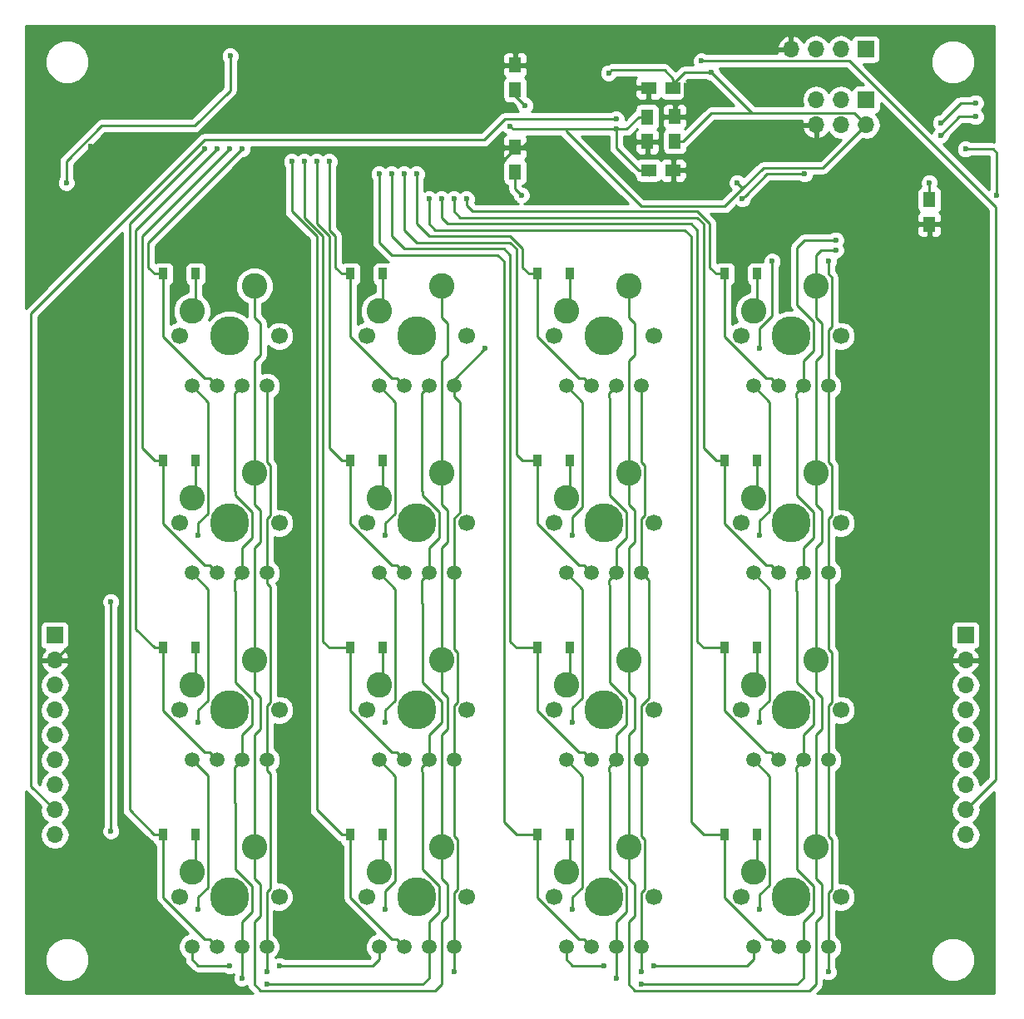
<source format=gbr>
G04 #@! TF.FileFunction,Copper,L2,Bot,Signal*
%FSLAX46Y46*%
G04 Gerber Fmt 4.6, Leading zero omitted, Abs format (unit mm)*
G04 Created by KiCad (PCBNEW 4.0.6) date 2017 August 09, Wednesday 05:31:59*
%MOMM*%
%LPD*%
G01*
G04 APERTURE LIST*
%ADD10C,0.100000*%
%ADD11C,3.980180*%
%ADD12C,2.600000*%
%ADD13C,1.699260*%
%ADD14C,1.500000*%
%ADD15R,0.900000X1.200000*%
%ADD16R,1.250000X1.500000*%
%ADD17R,1.700000X1.700000*%
%ADD18O,1.700000X1.700000*%
%ADD19R,1.500000X1.250000*%
%ADD20C,0.600000*%
%ADD21C,0.250000*%
%ADD22C,0.254000*%
G04 APERTURE END LIST*
D10*
D11*
X91440000Y-90170000D03*
D12*
X93980000Y-85090000D03*
X87630000Y-87630000D03*
D13*
X86360000Y-90170000D03*
X96520000Y-90170000D03*
D11*
X129540000Y-109220000D03*
D12*
X132080000Y-104140000D03*
X125730000Y-106680000D03*
D13*
X124460000Y-109220000D03*
X134620000Y-109220000D03*
D11*
X129540000Y-71120000D03*
D12*
X132080000Y-66040000D03*
X125730000Y-68580000D03*
D13*
X124460000Y-71120000D03*
X134620000Y-71120000D03*
D14*
X95237300Y-133324600D03*
X87617300Y-133324600D03*
X92697300Y-133324600D03*
X90157300Y-133324600D03*
D15*
X87997300Y-121894600D03*
X84697300Y-121894600D03*
D11*
X91427300Y-128244600D03*
D12*
X93967300Y-123164600D03*
X87617300Y-125704600D03*
D13*
X86347300Y-128244600D03*
X96507300Y-128244600D03*
D14*
X95250000Y-114300000D03*
X87630000Y-114300000D03*
X92710000Y-114300000D03*
X90170000Y-114300000D03*
X95250000Y-95250000D03*
X87630000Y-95250000D03*
X92710000Y-95250000D03*
X90170000Y-95250000D03*
X95250000Y-76200000D03*
X87630000Y-76200000D03*
X92710000Y-76200000D03*
X90170000Y-76200000D03*
X114300000Y-133350000D03*
X106680000Y-133350000D03*
X111760000Y-133350000D03*
X109220000Y-133350000D03*
X114300000Y-114300000D03*
X106680000Y-114300000D03*
X111760000Y-114300000D03*
X109220000Y-114300000D03*
X114300000Y-95250000D03*
X106680000Y-95250000D03*
X111760000Y-95250000D03*
X109220000Y-95250000D03*
X114300000Y-76200000D03*
X106680000Y-76200000D03*
X111760000Y-76200000D03*
X109220000Y-76200000D03*
X133350000Y-133350000D03*
X125730000Y-133350000D03*
X130810000Y-133350000D03*
X128270000Y-133350000D03*
X133350000Y-114300000D03*
X125730000Y-114300000D03*
X130810000Y-114300000D03*
X128270000Y-114300000D03*
X133350000Y-95250000D03*
X125730000Y-95250000D03*
X130810000Y-95250000D03*
X128270000Y-95250000D03*
X133350000Y-76200000D03*
X125730000Y-76200000D03*
X130810000Y-76200000D03*
X128270000Y-76200000D03*
X152400000Y-133350000D03*
X144780000Y-133350000D03*
X149860000Y-133350000D03*
X147320000Y-133350000D03*
X152400000Y-114300000D03*
X144780000Y-114300000D03*
X149860000Y-114300000D03*
X147320000Y-114300000D03*
X152400000Y-95250000D03*
X144780000Y-95250000D03*
X149860000Y-95250000D03*
X147320000Y-95250000D03*
X152400000Y-76200000D03*
X144780000Y-76200000D03*
X149860000Y-76200000D03*
X147320000Y-76200000D03*
D15*
X88010000Y-102870000D03*
X84710000Y-102870000D03*
X88010000Y-83820000D03*
X84710000Y-83820000D03*
X88010000Y-64770000D03*
X84710000Y-64770000D03*
X107060000Y-121920000D03*
X103760000Y-121920000D03*
X107060000Y-102870000D03*
X103760000Y-102870000D03*
X107060000Y-83820000D03*
X103760000Y-83820000D03*
X107060000Y-64770000D03*
X103760000Y-64770000D03*
X126110000Y-121920000D03*
X122810000Y-121920000D03*
X126110000Y-102870000D03*
X122810000Y-102870000D03*
X126110000Y-83820000D03*
X122810000Y-83820000D03*
X126110000Y-64770000D03*
X122810000Y-64770000D03*
X145160000Y-121920000D03*
X141860000Y-121920000D03*
X145160000Y-102870000D03*
X141860000Y-102870000D03*
X145160000Y-83820000D03*
X141860000Y-83820000D03*
X145160000Y-64770000D03*
X141860000Y-64770000D03*
D11*
X91440000Y-109220000D03*
D12*
X93980000Y-104140000D03*
X87630000Y-106680000D03*
D13*
X86360000Y-109220000D03*
X96520000Y-109220000D03*
D11*
X91440000Y-71120000D03*
D12*
X93980000Y-66040000D03*
X87630000Y-68580000D03*
D13*
X86360000Y-71120000D03*
X96520000Y-71120000D03*
D11*
X110490000Y-128270000D03*
D12*
X113030000Y-123190000D03*
X106680000Y-125730000D03*
D13*
X105410000Y-128270000D03*
X115570000Y-128270000D03*
D11*
X110490000Y-109220000D03*
D12*
X113030000Y-104140000D03*
X106680000Y-106680000D03*
D13*
X105410000Y-109220000D03*
X115570000Y-109220000D03*
D11*
X110490000Y-90170000D03*
D12*
X113030000Y-85090000D03*
X106680000Y-87630000D03*
D13*
X105410000Y-90170000D03*
X115570000Y-90170000D03*
D11*
X110490000Y-71120000D03*
D12*
X113030000Y-66040000D03*
X106680000Y-68580000D03*
D13*
X105410000Y-71120000D03*
X115570000Y-71120000D03*
D11*
X129540000Y-128270000D03*
D12*
X132080000Y-123190000D03*
X125730000Y-125730000D03*
D13*
X124460000Y-128270000D03*
X134620000Y-128270000D03*
D11*
X129540000Y-90170000D03*
D12*
X132080000Y-85090000D03*
X125730000Y-87630000D03*
D13*
X124460000Y-90170000D03*
X134620000Y-90170000D03*
D11*
X148590000Y-128270000D03*
D12*
X151130000Y-123190000D03*
X144780000Y-125730000D03*
D13*
X143510000Y-128270000D03*
X153670000Y-128270000D03*
D11*
X148590000Y-109220000D03*
D12*
X151130000Y-104140000D03*
X144780000Y-106680000D03*
D13*
X143510000Y-109220000D03*
X153670000Y-109220000D03*
D11*
X148590000Y-90170000D03*
D12*
X151130000Y-85090000D03*
X144780000Y-87630000D03*
D13*
X143510000Y-90170000D03*
X153670000Y-90170000D03*
D11*
X148590000Y-71120000D03*
D12*
X151130000Y-66040000D03*
X144780000Y-68580000D03*
D13*
X143510000Y-71120000D03*
X153670000Y-71120000D03*
D16*
X162693519Y-57227179D03*
X162693519Y-59727179D03*
X120529519Y-54393179D03*
X120529519Y-51893179D03*
X120529519Y-46011179D03*
X120529519Y-43511179D03*
D17*
X166370000Y-101600000D03*
D18*
X166370000Y-104140000D03*
X166370000Y-106680000D03*
X166370000Y-109220000D03*
X166370000Y-111760000D03*
X166370000Y-114300000D03*
X166370000Y-116840000D03*
X166370000Y-119380000D03*
X166370000Y-121920000D03*
D17*
X73660000Y-101600000D03*
D18*
X73660000Y-104140000D03*
X73660000Y-106680000D03*
X73660000Y-109220000D03*
X73660000Y-111760000D03*
X73660000Y-114300000D03*
X73660000Y-116840000D03*
X73660000Y-119380000D03*
X73660000Y-121920000D03*
D17*
X156243282Y-47061420D03*
D18*
X156243282Y-49601420D03*
X153703282Y-47061420D03*
X153703282Y-49601420D03*
X151163282Y-47061420D03*
X151163282Y-49601420D03*
D17*
X156210000Y-41910000D03*
D18*
X153670000Y-41910000D03*
X151130000Y-41910000D03*
X148590000Y-41910000D03*
D19*
X136612000Y-45847000D03*
X134112000Y-45847000D03*
D16*
X136779000Y-51268000D03*
X136779000Y-48768000D03*
X133985000Y-48808000D03*
X133985000Y-51308000D03*
D19*
X134112000Y-54229000D03*
X136612000Y-54229000D03*
D20*
X152400000Y-63500000D03*
X117475000Y-72390000D03*
X95250000Y-135890000D03*
X114300000Y-135890000D03*
X133350000Y-135890000D03*
X152400000Y-135890000D03*
X146685000Y-63500000D03*
X145415000Y-72390000D03*
X91440000Y-135255000D03*
X96520000Y-135255000D03*
X129540000Y-135255000D03*
X134620000Y-135255000D03*
X126365000Y-129540000D03*
X145415000Y-129540000D03*
X145415000Y-91440000D03*
X145415000Y-110490000D03*
X126365000Y-110490000D03*
X126365000Y-91440000D03*
X107315000Y-91440000D03*
X107315000Y-110490000D03*
X107315000Y-129540000D03*
X88265000Y-129540000D03*
X88265000Y-110490000D03*
X88265000Y-91440000D03*
X153162000Y-61341000D03*
X92710000Y-136525000D03*
X95250000Y-137160000D03*
X130810000Y-136525000D03*
X133350000Y-137160000D03*
X88900000Y-52070000D03*
X90170000Y-52070000D03*
X91440000Y-52070000D03*
X92710000Y-52070000D03*
X97790000Y-53340000D03*
X99060000Y-53340000D03*
X100330000Y-53340000D03*
X101600000Y-53340000D03*
X106680000Y-54610000D03*
X107950000Y-54610000D03*
X109220000Y-54610000D03*
X110490000Y-54610000D03*
X111760000Y-57150000D03*
X113030000Y-57150000D03*
X114300000Y-57150000D03*
X115570000Y-57150000D03*
X153162000Y-62357000D03*
X129413000Y-56134000D03*
X162687000Y-61595000D03*
X122047000Y-51115939D03*
X120523000Y-41783000D03*
X139065000Y-51943000D03*
X141351000Y-54864000D03*
X138049000Y-46990000D03*
X148640800Y-44272200D03*
X153314400Y-44704000D03*
X116205000Y-48260000D03*
X120523000Y-48133000D03*
X77343000Y-64770000D03*
X77343000Y-60960000D03*
X77315275Y-51775929D03*
X93980000Y-44780000D03*
X159513000Y-80010000D03*
X162687000Y-54102000D03*
X120523000Y-57531000D03*
X162687000Y-55499000D03*
X121539000Y-47625000D03*
X121158000Y-56769000D03*
X74853800Y-55499000D03*
X91516200Y-42595800D03*
X79375000Y-121539599D03*
X79375000Y-98171000D03*
X169545000Y-56769000D03*
X149987000Y-54610000D03*
X143637000Y-57150000D03*
X166370000Y-52070000D03*
X163830000Y-50673000D03*
X167386000Y-48768000D03*
X163830000Y-49403000D03*
X167386000Y-47371000D03*
X139478001Y-43085001D03*
X130810000Y-49022000D03*
X130048000Y-44323000D03*
X143129000Y-55499000D03*
X140465879Y-44239298D03*
X130810000Y-50038000D03*
X120015000Y-49738001D03*
D21*
X152400000Y-64770000D02*
X152400000Y-63500000D01*
X152755001Y-65125001D02*
X152400000Y-64770000D01*
X152400000Y-70485000D02*
X152755001Y-70129999D01*
X152755001Y-70129999D02*
X152755001Y-65125001D01*
X152400000Y-76200000D02*
X152400000Y-70485000D01*
X117475000Y-72390000D02*
X114300000Y-75565000D01*
X114300000Y-75565000D02*
X114300000Y-76200000D01*
X95250000Y-135890000D02*
X95250000Y-133337300D01*
X95250000Y-133337300D02*
X95237300Y-133324600D01*
X114300000Y-133350000D02*
X114300000Y-135890000D01*
X133350000Y-135890000D02*
X133350000Y-133350000D01*
X152400000Y-133350000D02*
X152400000Y-135890000D01*
X152400000Y-114300000D02*
X152400000Y-122054998D01*
X152400000Y-127801545D02*
X152400000Y-133350000D01*
X152400000Y-122054998D02*
X152755001Y-122409999D01*
X152755001Y-122409999D02*
X152755001Y-127446544D01*
X152755001Y-127446544D02*
X152400000Y-127801545D01*
X133350000Y-114300000D02*
X133350000Y-122054998D01*
X133350000Y-122054998D02*
X133705001Y-122409999D01*
X133705001Y-122409999D02*
X133705001Y-127446544D01*
X133705001Y-127446544D02*
X133350000Y-127801545D01*
X133350000Y-127801545D02*
X133350000Y-133350000D01*
X133350000Y-95250000D02*
X134099999Y-95999999D01*
X134099999Y-95999999D02*
X134099999Y-108045369D01*
X133350000Y-108795368D02*
X133350000Y-114300000D01*
X134099999Y-108045369D02*
X133350000Y-108795368D01*
X152400000Y-95250000D02*
X152400000Y-103004998D01*
X152400000Y-103004998D02*
X152755001Y-103359999D01*
X152400000Y-108751545D02*
X152400000Y-114300000D01*
X152755001Y-103359999D02*
X152755001Y-108396544D01*
X152755001Y-108396544D02*
X152400000Y-108751545D01*
X152400000Y-76200000D02*
X152400000Y-83954998D01*
X152400000Y-83954998D02*
X152755001Y-84309999D01*
X152755001Y-84309999D02*
X152755001Y-89346544D01*
X152755001Y-89346544D02*
X152400000Y-89701545D01*
X152400000Y-89701545D02*
X152400000Y-95250000D01*
X133350000Y-76200000D02*
X133350000Y-83954998D01*
X133350000Y-89701545D02*
X133350000Y-95250000D01*
X133350000Y-83954998D02*
X133705001Y-84309999D01*
X133705001Y-84309999D02*
X133705001Y-89346544D01*
X133705001Y-89346544D02*
X133350000Y-89701545D01*
X95250000Y-76200000D02*
X95250000Y-83954998D01*
X95250000Y-83954998D02*
X95605001Y-84309999D01*
X95250000Y-89701545D02*
X95250000Y-95250000D01*
X95605001Y-84309999D02*
X95605001Y-89346544D01*
X95605001Y-89346544D02*
X95250000Y-89701545D01*
X114300000Y-76200000D02*
X114300000Y-77260660D01*
X114300000Y-77260660D02*
X114935000Y-77895660D01*
X114935000Y-77895660D02*
X114935000Y-89066545D01*
X114935000Y-89066545D02*
X114300000Y-89701545D01*
X114300000Y-89701545D02*
X114300000Y-95250000D01*
X114300000Y-95250000D02*
X114300000Y-103004998D01*
X114300000Y-103004998D02*
X114655001Y-103359999D01*
X114655001Y-103359999D02*
X114655001Y-108396544D01*
X114300000Y-108751545D02*
X114300000Y-114300000D01*
X114655001Y-108396544D02*
X114300000Y-108751545D01*
X114300000Y-114300000D02*
X114300000Y-122054998D01*
X114655001Y-127446544D02*
X114300000Y-127801545D01*
X114300000Y-122054998D02*
X114655001Y-122409999D01*
X114655001Y-122409999D02*
X114655001Y-127446544D01*
X114300000Y-127801545D02*
X114300000Y-133350000D01*
X95250000Y-114300000D02*
X95250000Y-115360660D01*
X95250000Y-115360660D02*
X95592301Y-115702961D01*
X95592301Y-115702961D02*
X95592301Y-127421144D01*
X95237300Y-127776145D02*
X95237300Y-133324600D01*
X95592301Y-127421144D02*
X95237300Y-127776145D01*
X95250000Y-95250000D02*
X95250000Y-96310660D01*
X95250000Y-96310660D02*
X95605001Y-96665661D01*
X95605001Y-96665661D02*
X95605001Y-108396544D01*
X95605001Y-108396544D02*
X95250000Y-108751545D01*
X95250000Y-108751545D02*
X95250000Y-114300000D01*
X146685000Y-69080002D02*
X146685000Y-63500000D01*
X145415000Y-72390000D02*
X145415000Y-70350002D01*
X145415000Y-70350002D02*
X146685000Y-69080002D01*
X88265000Y-135255000D02*
X87617300Y-134607300D01*
X87617300Y-134607300D02*
X87617300Y-133324600D01*
X91440000Y-135255000D02*
X88265000Y-135255000D01*
X106680000Y-134620000D02*
X106045000Y-135255000D01*
X106045000Y-135255000D02*
X96520000Y-135255000D01*
X106680000Y-133350000D02*
X106680000Y-134620000D01*
X126365000Y-135255000D02*
X125730000Y-134620000D01*
X125730000Y-134620000D02*
X125730000Y-133350000D01*
X129540000Y-135255000D02*
X126365000Y-135255000D01*
X144780000Y-134620000D02*
X144145000Y-135255000D01*
X144145000Y-135255000D02*
X134620000Y-135255000D01*
X144780000Y-133350000D02*
X144780000Y-134620000D01*
X125730000Y-114300000D02*
X127355001Y-115925001D01*
X127355001Y-115925001D02*
X127355001Y-127279999D01*
X127355001Y-127279999D02*
X126365000Y-128270000D01*
X126365000Y-128270000D02*
X126365000Y-129540000D01*
X144780000Y-114300000D02*
X146405001Y-115925001D01*
X146405001Y-115925001D02*
X146405001Y-127028663D01*
X146405001Y-127028663D02*
X145415000Y-128018664D01*
X145415000Y-128018664D02*
X145415000Y-129540000D01*
X144780000Y-76200000D02*
X146405001Y-77825001D01*
X146405001Y-77825001D02*
X146405001Y-88928663D01*
X146405001Y-88928663D02*
X145415000Y-89918664D01*
X145415000Y-89918664D02*
X145415000Y-91440000D01*
X127355001Y-96875001D02*
X127355001Y-107978663D01*
X127355001Y-107978663D02*
X126365000Y-108968664D01*
X126365000Y-108968664D02*
X126365000Y-110490000D01*
X144780000Y-95250000D02*
X146405001Y-96875001D01*
X145415000Y-109220000D02*
X145415000Y-110490000D01*
X146405001Y-96875001D02*
X146405001Y-108229999D01*
X146405001Y-108229999D02*
X145415000Y-109220000D01*
X125730000Y-95250000D02*
X127355001Y-96875001D01*
X125730000Y-76200000D02*
X127355001Y-77825001D01*
X127355001Y-77825001D02*
X127355001Y-88544999D01*
X127355001Y-88544999D02*
X126365000Y-89535000D01*
X126365000Y-89535000D02*
X126365000Y-91440000D01*
X106680000Y-76200000D02*
X108305001Y-77825001D01*
X108305001Y-77825001D02*
X108305001Y-89179999D01*
X108305001Y-89179999D02*
X107315000Y-90170000D01*
X107315000Y-90170000D02*
X107315000Y-91440000D01*
X106680000Y-95250000D02*
X108305001Y-96875001D01*
X108305001Y-96875001D02*
X108305001Y-108229999D01*
X108305001Y-108229999D02*
X107315000Y-109220000D01*
X107315000Y-109220000D02*
X107315000Y-110490000D01*
X106680000Y-114300000D02*
X108305001Y-115925001D01*
X108305001Y-126644999D02*
X107315000Y-127635000D01*
X108305001Y-115925001D02*
X108305001Y-126644999D01*
X107315000Y-127635000D02*
X107315000Y-129540000D01*
X87630000Y-114300000D02*
X89242301Y-115912301D01*
X89242301Y-115912301D02*
X89242301Y-127292699D01*
X89242301Y-127292699D02*
X88265000Y-128270000D01*
X88265000Y-128270000D02*
X88265000Y-129540000D01*
X87630000Y-95250000D02*
X89255001Y-96875001D01*
X89255001Y-96875001D02*
X89255001Y-108229999D01*
X89255001Y-108229999D02*
X88265000Y-109220000D01*
X88265000Y-109220000D02*
X88265000Y-110490000D01*
X87630000Y-76200000D02*
X89255001Y-77825001D01*
X89255001Y-77825001D02*
X89255001Y-89179999D01*
X88265000Y-90170000D02*
X88265000Y-91440000D01*
X89255001Y-89179999D02*
X88265000Y-90170000D01*
X153162000Y-61341000D02*
X149987000Y-61341000D01*
X149987000Y-61341000D02*
X149225000Y-62103000D01*
X149860000Y-74295000D02*
X149860000Y-76200000D01*
X149225000Y-62103000D02*
X149225000Y-67946410D01*
X149225000Y-67946410D02*
X150905091Y-69626501D01*
X150905091Y-69626501D02*
X150905091Y-72614909D01*
X149860000Y-73660000D02*
X149860000Y-74295000D01*
X150905091Y-72614909D02*
X149860000Y-73660000D01*
X130810000Y-95250000D02*
X130060001Y-95999999D01*
X130060001Y-95999999D02*
X130060001Y-96405001D01*
X130060001Y-96405001D02*
X130175000Y-96520000D01*
X130175000Y-96520000D02*
X130175000Y-106428664D01*
X130175000Y-106428664D02*
X131855091Y-108108755D01*
X131855091Y-108108755D02*
X131855091Y-110714909D01*
X131855091Y-110714909D02*
X130810000Y-111760000D01*
X130810000Y-111760000D02*
X130810000Y-114300000D01*
X111760000Y-95250000D02*
X111010001Y-95999999D01*
X111010001Y-95999999D02*
X111010001Y-98310001D01*
X111010001Y-98310001D02*
X111125000Y-98425000D01*
X111125000Y-98425000D02*
X111125000Y-106428664D01*
X113030000Y-108333664D02*
X113030000Y-110490000D01*
X111125000Y-106428664D02*
X113030000Y-108333664D01*
X111760000Y-111760000D02*
X111760000Y-114300000D01*
X113030000Y-110490000D02*
X111760000Y-111760000D01*
X92710000Y-95250000D02*
X91960001Y-95999999D01*
X92075000Y-97155000D02*
X92075000Y-106428664D01*
X91960001Y-95999999D02*
X91960001Y-97040001D01*
X92710000Y-111760000D02*
X92710000Y-114300000D01*
X91960001Y-97040001D02*
X92075000Y-97155000D01*
X92075000Y-106428664D02*
X93755091Y-108108755D01*
X93755091Y-108108755D02*
X93755091Y-110714909D01*
X93755091Y-110714909D02*
X92710000Y-111760000D01*
X93755091Y-91664909D02*
X92710000Y-92710000D01*
X92710000Y-92710000D02*
X92710000Y-95250000D01*
X92075000Y-86995000D02*
X92075000Y-87378664D01*
X92075000Y-87378664D02*
X93755091Y-89058755D01*
X93755091Y-89058755D02*
X93755091Y-91664909D01*
X112805091Y-91664909D02*
X111760000Y-92710000D01*
X111760000Y-92710000D02*
X111760000Y-95250000D01*
X111125000Y-86995000D02*
X111125000Y-87378664D01*
X111125000Y-87378664D02*
X112805091Y-89058755D01*
X112805091Y-89058755D02*
X112805091Y-91664909D01*
X130810000Y-76200000D02*
X130060001Y-76949999D01*
X131855091Y-89058755D02*
X131855091Y-91664909D01*
X130060001Y-76949999D02*
X130060001Y-77355001D01*
X130060001Y-77355001D02*
X130175000Y-77470000D01*
X130175000Y-87378664D02*
X131855091Y-89058755D01*
X131855091Y-91664909D02*
X130810000Y-92710000D01*
X130175000Y-77470000D02*
X130175000Y-87378664D01*
X130810000Y-92710000D02*
X130810000Y-95250000D01*
X92710000Y-136525000D02*
X92710000Y-133337300D01*
X92710000Y-133337300D02*
X92697300Y-133324600D01*
X111125000Y-137160000D02*
X95250000Y-137160000D01*
X111760000Y-136525000D02*
X111125000Y-137160000D01*
X111760000Y-133350000D02*
X111760000Y-136525000D01*
X92710000Y-114300000D02*
X91960001Y-115049999D01*
X91960001Y-115049999D02*
X91960001Y-118630001D01*
X91960001Y-118630001D02*
X92075000Y-118745000D01*
X92075000Y-118745000D02*
X92075000Y-125465964D01*
X92075000Y-125465964D02*
X93742391Y-127133355D01*
X93742391Y-129777609D02*
X92697300Y-130822700D01*
X93742391Y-127133355D02*
X93742391Y-129777609D01*
X92697300Y-130822700D02*
X92697300Y-133324600D01*
X111760000Y-114300000D02*
X111010001Y-115049999D01*
X112805091Y-127158755D02*
X112805091Y-129764909D01*
X111010001Y-115049999D02*
X111010001Y-115455001D01*
X111010001Y-115455001D02*
X111125000Y-115570000D01*
X111125000Y-115570000D02*
X111125000Y-125478664D01*
X111125000Y-125478664D02*
X112805091Y-127158755D01*
X112805091Y-129764909D02*
X111760000Y-130810000D01*
X111760000Y-130810000D02*
X111760000Y-133350000D01*
X130810000Y-136525000D02*
X130810000Y-133350000D01*
X149860000Y-136525000D02*
X149225000Y-137160000D01*
X149225000Y-137160000D02*
X133350000Y-137160000D01*
X149860000Y-133350000D02*
X149860000Y-136525000D01*
X130810000Y-114300000D02*
X130060001Y-115049999D01*
X130060001Y-115049999D02*
X130060001Y-115455001D01*
X130060001Y-115455001D02*
X130175000Y-115570000D01*
X130175000Y-115570000D02*
X130175000Y-125478664D01*
X130175000Y-125478664D02*
X131855091Y-127158755D01*
X131855091Y-127158755D02*
X131855091Y-129764909D01*
X131855091Y-129764909D02*
X130810000Y-130810000D01*
X130810000Y-130810000D02*
X130810000Y-133350000D01*
X149860000Y-114300000D02*
X149110001Y-115049999D01*
X149110001Y-115049999D02*
X149110001Y-115455001D01*
X149110001Y-115455001D02*
X149225000Y-115570000D01*
X149225000Y-115570000D02*
X149225000Y-125478664D01*
X149225000Y-125478664D02*
X150905091Y-127158755D01*
X150905091Y-127158755D02*
X150905091Y-129764909D01*
X150905091Y-129764909D02*
X149860000Y-130810000D01*
X149860000Y-130810000D02*
X149860000Y-133350000D01*
X149860000Y-76200000D02*
X149110001Y-76949999D01*
X149110001Y-76949999D02*
X149110001Y-77355001D01*
X149110001Y-77355001D02*
X149225000Y-77470000D01*
X149225000Y-77470000D02*
X149225000Y-87378664D01*
X149225000Y-87378664D02*
X150905091Y-89058755D01*
X150905091Y-89058755D02*
X150905091Y-91664909D01*
X150905091Y-91664909D02*
X149860000Y-92710000D01*
X149860000Y-92710000D02*
X149860000Y-95250000D01*
X149860000Y-95250000D02*
X149110001Y-95999999D01*
X149110001Y-95999999D02*
X149110001Y-97040001D01*
X149110001Y-97040001D02*
X149225000Y-97155000D01*
X149225000Y-97155000D02*
X149225000Y-106428664D01*
X149225000Y-106428664D02*
X150905091Y-108108755D01*
X150905091Y-108108755D02*
X150905091Y-110714909D01*
X150905091Y-110714909D02*
X149860000Y-111760000D01*
X149860000Y-111760000D02*
X149860000Y-114300000D01*
X111760000Y-76200000D02*
X111010001Y-76949999D01*
X111010001Y-76949999D02*
X111010001Y-86880001D01*
X111010001Y-86880001D02*
X111125000Y-86995000D01*
X92710000Y-76200000D02*
X91960001Y-76949999D01*
X91960001Y-76949999D02*
X91960001Y-86880001D01*
X91960001Y-86880001D02*
X92075000Y-86995000D01*
X84697300Y-121894600D02*
X84697300Y-128333055D01*
X84697300Y-128333055D02*
X88938846Y-132574601D01*
X88938846Y-132574601D02*
X89407301Y-132574601D01*
X89407301Y-132574601D02*
X90157300Y-133324600D01*
X81280000Y-119380000D02*
X83794600Y-121894600D01*
X83794600Y-121894600D02*
X84697300Y-121894600D01*
X81280000Y-59690000D02*
X81280000Y-119380000D01*
X88900000Y-52070000D02*
X81280000Y-59690000D01*
X84697300Y-121894600D02*
X84697300Y-121744600D01*
X84442300Y-122149600D02*
X84697300Y-121894600D01*
X84710000Y-102870000D02*
X84710000Y-109308455D01*
X84710000Y-109308455D02*
X88951546Y-113550001D01*
X88951546Y-113550001D02*
X89420001Y-113550001D01*
X89420001Y-113550001D02*
X90170000Y-114300000D01*
X81915000Y-100965000D02*
X83820000Y-102870000D01*
X83820000Y-102870000D02*
X84710000Y-102870000D01*
X81915000Y-60325000D02*
X81915000Y-100965000D01*
X90170000Y-52070000D02*
X81915000Y-60325000D01*
X84455000Y-103125000D02*
X84710000Y-102870000D01*
X84710000Y-83820000D02*
X84710000Y-90258455D01*
X84710000Y-90258455D02*
X88951546Y-94500001D01*
X88951546Y-94500001D02*
X89420001Y-94500001D01*
X89420001Y-94500001D02*
X90170000Y-95250000D01*
X91440000Y-52070000D02*
X82550000Y-60960000D01*
X82550000Y-60960000D02*
X82550000Y-82550000D01*
X83820000Y-83820000D02*
X84710000Y-83820000D01*
X82550000Y-82550000D02*
X83820000Y-83820000D01*
X84710000Y-83820000D02*
X84710000Y-83670000D01*
X84455000Y-84075000D02*
X84710000Y-83820000D01*
X84710000Y-64770000D02*
X84710000Y-71208455D01*
X84710000Y-71208455D02*
X88951546Y-75450001D01*
X88951546Y-75450001D02*
X89420001Y-75450001D01*
X89420001Y-75450001D02*
X90170000Y-76200000D01*
X92710000Y-52070000D02*
X83185000Y-61595000D01*
X83185000Y-61595000D02*
X83185000Y-64135000D01*
X83185000Y-64135000D02*
X83820000Y-64770000D01*
X83820000Y-64770000D02*
X84710000Y-64770000D01*
X84455000Y-65025000D02*
X84710000Y-64770000D01*
X103760000Y-121920000D02*
X103760000Y-128358455D01*
X103760000Y-128358455D02*
X108001546Y-132600001D01*
X108001546Y-132600001D02*
X108470001Y-132600001D01*
X108470001Y-132600001D02*
X109220000Y-133350000D01*
X100330000Y-119380000D02*
X102870000Y-121920000D01*
X102870000Y-121920000D02*
X103760000Y-121920000D01*
X100330000Y-60964230D02*
X100330000Y-119380000D01*
X97790000Y-53340000D02*
X97790000Y-58424230D01*
X97790000Y-58424230D02*
X100330000Y-60964230D01*
X103505000Y-122175000D02*
X103760000Y-121920000D01*
X103760000Y-102870000D02*
X103760000Y-109308455D01*
X103760000Y-109308455D02*
X108001546Y-113550001D01*
X108001546Y-113550001D02*
X108470001Y-113550001D01*
X108470001Y-113550001D02*
X109220000Y-114300000D01*
X99060000Y-53340000D02*
X99060000Y-59057820D01*
X99060000Y-59057820D02*
X100965000Y-60962820D01*
X100965000Y-60962820D02*
X100965000Y-102235000D01*
X100965000Y-102235000D02*
X101600000Y-102870000D01*
X101600000Y-102870000D02*
X103760000Y-102870000D01*
X103505000Y-103125000D02*
X103760000Y-102870000D01*
X103760000Y-83820000D02*
X103760000Y-90258455D01*
X103760000Y-90258455D02*
X108001546Y-94500001D01*
X108001546Y-94500001D02*
X108470001Y-94500001D01*
X108470001Y-94500001D02*
X109220000Y-95250000D01*
X101600000Y-82550000D02*
X102870000Y-83820000D01*
X102870000Y-83820000D02*
X103760000Y-83820000D01*
X101600000Y-60961410D02*
X101600000Y-82550000D01*
X100330000Y-53340000D02*
X100330000Y-59691410D01*
X100330000Y-59691410D02*
X101600000Y-60961410D01*
X103505000Y-84075000D02*
X103760000Y-83820000D01*
X103760000Y-64770000D02*
X103760000Y-71208455D01*
X103760000Y-71208455D02*
X108001546Y-75450001D01*
X108001546Y-75450001D02*
X108470001Y-75450001D01*
X108470001Y-75450001D02*
X109220000Y-76200000D01*
X102235000Y-64135000D02*
X102870000Y-64770000D01*
X102870000Y-64770000D02*
X103760000Y-64770000D01*
X102235000Y-60960000D02*
X102235000Y-64135000D01*
X101600000Y-60325000D02*
X102235000Y-60960000D01*
X101600000Y-53340000D02*
X101600000Y-60325000D01*
X103505000Y-65025000D02*
X103760000Y-64770000D01*
X122810000Y-121920000D02*
X122810000Y-128358455D01*
X127051546Y-132600001D02*
X127520001Y-132600001D01*
X122810000Y-128358455D02*
X127051546Y-132600001D01*
X127520001Y-132600001D02*
X128270000Y-133350000D01*
X119380000Y-120650000D02*
X120650000Y-121920000D01*
X120650000Y-121920000D02*
X122810000Y-121920000D01*
X119380000Y-63500000D02*
X119380000Y-120650000D01*
X118745000Y-62865000D02*
X119380000Y-63500000D01*
X107950000Y-62865000D02*
X118745000Y-62865000D01*
X106680000Y-61595000D02*
X107950000Y-62865000D01*
X106680000Y-54610000D02*
X106680000Y-61595000D01*
X122810000Y-121920000D02*
X122810000Y-121770000D01*
X122555000Y-122175000D02*
X122810000Y-121920000D01*
X122810000Y-102870000D02*
X122810000Y-109308455D01*
X122810000Y-109308455D02*
X127051546Y-113550001D01*
X127051546Y-113550001D02*
X127520001Y-113550001D01*
X127520001Y-113550001D02*
X128270000Y-114300000D01*
X107950000Y-54610000D02*
X107950000Y-60960000D01*
X107950000Y-60960000D02*
X109220000Y-62230000D01*
X120015000Y-62865000D02*
X120015000Y-102235000D01*
X109220000Y-62230000D02*
X119380000Y-62230000D01*
X119380000Y-62230000D02*
X120015000Y-62865000D01*
X120015000Y-102235000D02*
X120650000Y-102870000D01*
X120650000Y-102870000D02*
X122810000Y-102870000D01*
X122810000Y-102870000D02*
X122810000Y-102720000D01*
X122555000Y-103125000D02*
X122810000Y-102870000D01*
X122810000Y-83820000D02*
X122810000Y-90258455D01*
X127051546Y-94500001D02*
X127520001Y-94500001D01*
X122810000Y-90258455D02*
X127051546Y-94500001D01*
X127520001Y-94500001D02*
X128270000Y-95250000D01*
X109220000Y-54610000D02*
X109220000Y-60325000D01*
X109220000Y-60325000D02*
X110490000Y-61595000D01*
X110490000Y-61595000D02*
X120013590Y-61595000D01*
X120013590Y-61595000D02*
X120650000Y-62231410D01*
X120650000Y-62231410D02*
X120650000Y-83185000D01*
X120650000Y-83185000D02*
X121285000Y-83820000D01*
X121285000Y-83820000D02*
X122810000Y-83820000D01*
X122810000Y-83820000D02*
X122810000Y-83670000D01*
X122555000Y-84075000D02*
X122810000Y-83820000D01*
X122810000Y-64770000D02*
X122810000Y-71208455D01*
X122810000Y-71208455D02*
X127051546Y-75450001D01*
X127051546Y-75450001D02*
X127520001Y-75450001D01*
X127520001Y-75450001D02*
X128270000Y-76200000D01*
X110490000Y-54610000D02*
X110490000Y-59690000D01*
X110490000Y-59690000D02*
X111760000Y-60960000D01*
X111760000Y-60960000D02*
X120015000Y-60960000D01*
X120015000Y-60960000D02*
X121285000Y-62230000D01*
X121285000Y-64135000D02*
X121920000Y-64770000D01*
X121285000Y-62230000D02*
X121285000Y-64135000D01*
X121920000Y-64770000D02*
X122810000Y-64770000D01*
X122810000Y-64770000D02*
X122810000Y-64620000D01*
X122555000Y-65025000D02*
X122810000Y-64770000D01*
X141860000Y-121920000D02*
X141860000Y-128358455D01*
X141860000Y-128358455D02*
X146101546Y-132600001D01*
X146101546Y-132600001D02*
X146570001Y-132600001D01*
X146570001Y-132600001D02*
X147320000Y-133350000D01*
X111760000Y-57150000D02*
X111760000Y-59690000D01*
X111760000Y-59690000D02*
X112395000Y-60325000D01*
X112395000Y-60325000D02*
X137795000Y-60325000D01*
X137795000Y-60325000D02*
X138430000Y-60960000D01*
X138430000Y-60960000D02*
X138430000Y-120650000D01*
X138430000Y-120650000D02*
X139700000Y-121920000D01*
X139700000Y-121920000D02*
X141860000Y-121920000D01*
X141605000Y-122175000D02*
X141860000Y-121920000D01*
X141860000Y-102870000D02*
X141860000Y-109308455D01*
X141860000Y-109308455D02*
X146101546Y-113550001D01*
X146101546Y-113550001D02*
X146570001Y-113550001D01*
X146570001Y-113550001D02*
X147320000Y-114300000D01*
X141860000Y-102870000D02*
X139700000Y-102870000D01*
X138430000Y-59690000D02*
X113665000Y-59690000D01*
X139700000Y-102870000D02*
X139065000Y-102235000D01*
X139065000Y-102235000D02*
X139065000Y-60325000D01*
X139065000Y-60325000D02*
X138430000Y-59690000D01*
X113665000Y-59690000D02*
X113030000Y-59055000D01*
X113030000Y-59055000D02*
X113030000Y-57150000D01*
X141605000Y-103125000D02*
X141860000Y-102870000D01*
X141860000Y-83820000D02*
X141860000Y-90258455D01*
X141860000Y-90258455D02*
X146101546Y-94500001D01*
X146101546Y-94500001D02*
X146570001Y-94500001D01*
X146570001Y-94500001D02*
X147320000Y-95250000D01*
X141860000Y-83820000D02*
X140970000Y-83820000D01*
X140970000Y-83820000D02*
X139700000Y-82550000D01*
X114935000Y-59055000D02*
X114300000Y-58420000D01*
X139700000Y-82550000D02*
X139700000Y-59691410D01*
X139700000Y-59691410D02*
X139063590Y-59055000D01*
X139063590Y-59055000D02*
X114935000Y-59055000D01*
X114300000Y-58420000D02*
X114300000Y-57150000D01*
X141605000Y-84075000D02*
X141860000Y-83820000D01*
X141860000Y-64770000D02*
X141860000Y-71208455D01*
X141860000Y-71208455D02*
X146101546Y-75450001D01*
X146101546Y-75450001D02*
X146570001Y-75450001D01*
X146570001Y-75450001D02*
X147320000Y-76200000D01*
X115570000Y-57150000D02*
X115570000Y-57785000D01*
X115570000Y-57785000D02*
X116205000Y-58420000D01*
X116205000Y-58420000D02*
X139065000Y-58420000D01*
X140335000Y-64135000D02*
X140970000Y-64770000D01*
X139065000Y-58420000D02*
X140335000Y-59690000D01*
X140970000Y-64770000D02*
X141860000Y-64770000D01*
X140335000Y-59690000D02*
X140335000Y-64135000D01*
X141605000Y-65025000D02*
X141860000Y-64770000D01*
X87997300Y-121894600D02*
X87997300Y-125324600D01*
X87997300Y-125324600D02*
X87617300Y-125704600D01*
X88010000Y-102870000D02*
X88010000Y-106300000D01*
X88010000Y-106300000D02*
X87630000Y-106680000D01*
X88010000Y-83820000D02*
X88010000Y-87250000D01*
X88010000Y-87250000D02*
X87630000Y-87630000D01*
X88010000Y-64770000D02*
X88010000Y-68200000D01*
X88010000Y-68200000D02*
X87630000Y-68580000D01*
X107060000Y-121920000D02*
X107060000Y-125350000D01*
X107060000Y-125350000D02*
X106680000Y-125730000D01*
X107060000Y-102870000D02*
X107060000Y-106300000D01*
X107060000Y-106300000D02*
X106680000Y-106680000D01*
X107060000Y-83820000D02*
X107060000Y-87250000D01*
X107060000Y-87250000D02*
X106680000Y-87630000D01*
X107060000Y-64770000D02*
X107060000Y-68200000D01*
X107060000Y-68200000D02*
X106680000Y-68580000D01*
X126110000Y-121920000D02*
X126110000Y-125350000D01*
X126110000Y-125350000D02*
X125730000Y-125730000D01*
X126110000Y-102870000D02*
X126110000Y-106300000D01*
X126110000Y-106300000D02*
X125730000Y-106680000D01*
X126110000Y-83820000D02*
X126110000Y-87250000D01*
X126110000Y-87250000D02*
X125730000Y-87630000D01*
X126110000Y-64770000D02*
X126110000Y-68200000D01*
X126110000Y-68200000D02*
X125730000Y-68580000D01*
X145160000Y-121920000D02*
X145160000Y-125350000D01*
X145160000Y-125350000D02*
X144780000Y-125730000D01*
X145160000Y-102870000D02*
X145160000Y-106300000D01*
X145160000Y-106300000D02*
X144780000Y-106680000D01*
X145160000Y-83820000D02*
X145160000Y-87250000D01*
X145160000Y-87250000D02*
X144780000Y-87630000D01*
X145160000Y-64770000D02*
X145160000Y-68200000D01*
X145160000Y-68200000D02*
X144780000Y-68580000D01*
X151638000Y-62357000D02*
X151130000Y-62865000D01*
X151130000Y-62865000D02*
X151130000Y-63500000D01*
X153162000Y-62357000D02*
X151638000Y-62357000D01*
X151130000Y-66040000D02*
X151130000Y-63500000D01*
X93980000Y-104140000D02*
X93980000Y-107315000D01*
X93980000Y-107315000D02*
X94615000Y-107950000D01*
X94615000Y-107950000D02*
X94615000Y-111125000D01*
X93967300Y-111772700D02*
X93967300Y-123164600D01*
X94615000Y-111125000D02*
X93967300Y-111772700D01*
X113030000Y-111760000D02*
X113030000Y-123190000D01*
X113665000Y-111125000D02*
X113030000Y-111760000D01*
X113665000Y-107950000D02*
X113665000Y-111125000D01*
X113030000Y-107315000D02*
X113665000Y-107950000D01*
X113030000Y-104140000D02*
X113030000Y-107315000D01*
X93980000Y-85090000D02*
X93980000Y-88265000D01*
X94615000Y-88900000D02*
X94615000Y-92075000D01*
X93980000Y-88265000D02*
X94615000Y-88900000D01*
X94615000Y-92075000D02*
X93980000Y-92710000D01*
X93980000Y-92710000D02*
X93980000Y-104140000D01*
X113030000Y-92710000D02*
X113030000Y-104140000D01*
X113665000Y-92075000D02*
X113030000Y-92710000D01*
X113665000Y-88900000D02*
X113665000Y-92075000D01*
X113030000Y-88265000D02*
X113665000Y-88900000D01*
X113030000Y-85090000D02*
X113030000Y-88265000D01*
X132080000Y-85090000D02*
X132080000Y-88265000D01*
X132080000Y-88265000D02*
X132715000Y-88900000D01*
X132715000Y-88900000D02*
X132715000Y-92075000D01*
X132715000Y-92075000D02*
X132080000Y-92710000D01*
X132080000Y-92710000D02*
X132080000Y-104140000D01*
X93980000Y-73660000D02*
X93980000Y-85090000D01*
X94615000Y-73025000D02*
X93980000Y-73660000D01*
X94615000Y-69850000D02*
X94615000Y-73025000D01*
X93980000Y-69215000D02*
X94615000Y-69850000D01*
X93980000Y-66040000D02*
X93980000Y-69215000D01*
X113030000Y-73660000D02*
X113030000Y-85090000D01*
X113665000Y-73025000D02*
X113030000Y-73660000D01*
X113665000Y-69850000D02*
X113665000Y-73025000D01*
X113030000Y-69215000D02*
X113665000Y-69850000D01*
X113030000Y-66040000D02*
X113030000Y-69215000D01*
X132080000Y-73660000D02*
X132080000Y-85090000D01*
X132715000Y-73025000D02*
X132080000Y-73660000D01*
X132715000Y-69850000D02*
X132715000Y-73025000D01*
X132080000Y-69215000D02*
X132715000Y-69850000D01*
X132080000Y-66040000D02*
X132080000Y-69215000D01*
X132080000Y-111760000D02*
X132080000Y-123190000D01*
X132715000Y-111125000D02*
X132080000Y-111760000D01*
X132715000Y-107950000D02*
X132715000Y-111125000D01*
X132080000Y-107315000D02*
X132715000Y-107950000D01*
X132080000Y-104140000D02*
X132080000Y-107315000D01*
X93980000Y-130810000D02*
X93980000Y-137160000D01*
X94615000Y-137795000D02*
X93980000Y-137160000D01*
X112395000Y-137795000D02*
X94615000Y-137795000D01*
X113030000Y-137160000D02*
X112395000Y-137795000D01*
X113030000Y-130810000D02*
X113030000Y-137160000D01*
X94615000Y-130175000D02*
X93980000Y-130810000D01*
X94615000Y-127000000D02*
X94615000Y-130175000D01*
X93967300Y-126352300D02*
X94615000Y-127000000D01*
X93967300Y-123164600D02*
X93967300Y-126352300D01*
X113665000Y-130175000D02*
X113030000Y-130810000D01*
X113665000Y-127000000D02*
X113665000Y-130175000D01*
X113030000Y-126365000D02*
X113665000Y-127000000D01*
X113030000Y-123190000D02*
X113030000Y-126365000D01*
X132715000Y-127000000D02*
X132080000Y-126365000D01*
X132080000Y-126365000D02*
X132080000Y-123190000D01*
X132715000Y-130175000D02*
X132715000Y-127000000D01*
X132080000Y-130810000D02*
X132715000Y-130175000D01*
X132080000Y-137160000D02*
X132080000Y-130810000D01*
X132715000Y-137795000D02*
X132080000Y-137160000D01*
X150495000Y-137795000D02*
X132715000Y-137795000D01*
X151130000Y-137160000D02*
X150495000Y-137795000D01*
X151130000Y-130810000D02*
X151130000Y-137160000D01*
X151765000Y-130175000D02*
X151130000Y-130810000D01*
X151765000Y-127000000D02*
X151765000Y-130175000D01*
X151130000Y-126365000D02*
X151765000Y-127000000D01*
X151130000Y-123190000D02*
X151130000Y-126365000D01*
X151130000Y-73660000D02*
X151130000Y-85090000D01*
X151765000Y-73025000D02*
X151130000Y-73660000D01*
X151765000Y-69850000D02*
X151765000Y-73025000D01*
X151130000Y-69215000D02*
X151765000Y-69850000D01*
X151130000Y-66040000D02*
X151130000Y-69215000D01*
X151130000Y-92710000D02*
X151130000Y-104140000D01*
X151765000Y-92075000D02*
X151130000Y-92710000D01*
X151765000Y-88900000D02*
X151765000Y-92075000D01*
X151130000Y-88265000D02*
X151765000Y-88900000D01*
X151130000Y-85090000D02*
X151130000Y-88265000D01*
X151130000Y-111760000D02*
X151130000Y-123190000D01*
X151765000Y-111125000D02*
X151130000Y-111760000D01*
X151765000Y-107950000D02*
X151765000Y-111125000D01*
X151130000Y-107315000D02*
X151765000Y-107950000D01*
X151130000Y-104140000D02*
X151130000Y-107315000D01*
X93980000Y-123151900D02*
X93967300Y-123164600D01*
X162693519Y-59727179D02*
X162693519Y-61588481D01*
X162693519Y-61588481D02*
X162687000Y-61595000D01*
X121269760Y-51893179D02*
X122047000Y-51115939D01*
X120529519Y-51893179D02*
X121269760Y-51893179D01*
X120529519Y-43511179D02*
X120529519Y-41789519D01*
X120529519Y-41789519D02*
X120523000Y-41783000D01*
X148640800Y-44272200D02*
X152882600Y-44272200D01*
X152882600Y-44272200D02*
X153314400Y-44704000D01*
X119253000Y-53294698D02*
X119253000Y-56261000D01*
X119253000Y-56261000D02*
X120523000Y-57531000D01*
X120529519Y-52018179D02*
X119253000Y-53294698D01*
X77315275Y-51775929D02*
X86984071Y-51775929D01*
X86984071Y-51775929D02*
X92904500Y-45855500D01*
X92904500Y-45855500D02*
X92904500Y-45530000D01*
X92904500Y-45530000D02*
X93654500Y-44780000D01*
X93654500Y-44780000D02*
X93980000Y-44780000D01*
X77343000Y-64770000D02*
X77343000Y-100457000D01*
X77343000Y-100457000D02*
X73660000Y-104140000D01*
X77315275Y-51775929D02*
X77315275Y-60932275D01*
X77315275Y-60932275D02*
X77343000Y-60960000D01*
X137795000Y-46752000D02*
X137795000Y-45371956D01*
X136779000Y-48768000D02*
X136779000Y-47768000D01*
X136779000Y-47768000D02*
X137795000Y-46752000D01*
X136612000Y-54229000D02*
X136737000Y-54229000D01*
X162693519Y-57227179D02*
X162693519Y-55505519D01*
X162693519Y-55505519D02*
X162687000Y-55499000D01*
X120529519Y-46011179D02*
X120529519Y-46615519D01*
X120529519Y-46615519D02*
X121539000Y-47625000D01*
X120529519Y-54393179D02*
X120529519Y-56140519D01*
X120529519Y-56140519D02*
X121158000Y-56769000D01*
X87909400Y-49707800D02*
X78458402Y-49707800D01*
X78458402Y-49707800D02*
X74853800Y-53312402D01*
X74853800Y-53312402D02*
X74853800Y-55499000D01*
X91516200Y-46101000D02*
X87909400Y-49707800D01*
X91516200Y-42595800D02*
X91516200Y-46101000D01*
X79375000Y-101219000D02*
X79375000Y-121539599D01*
X79375000Y-98171000D02*
X79375000Y-101219000D01*
X169164000Y-52070000D02*
X169545000Y-52451000D01*
X169545000Y-52451000D02*
X169545000Y-56769000D01*
X169035357Y-52070000D02*
X169164000Y-52070000D01*
X143936999Y-56850001D02*
X146177000Y-54610000D01*
X146177000Y-54610000D02*
X149987000Y-54610000D01*
X143637000Y-57150000D02*
X143936999Y-56850001D01*
X166370000Y-52070000D02*
X169035357Y-52070000D01*
X165989000Y-48768000D02*
X165735000Y-48768000D01*
X165735000Y-48768000D02*
X163830000Y-50673000D01*
X166961736Y-48768000D02*
X165989000Y-48768000D01*
X167386000Y-48768000D02*
X166961736Y-48768000D01*
X167386000Y-47371000D02*
X165862000Y-47371000D01*
X165862000Y-47371000D02*
X163830000Y-49403000D01*
X169418000Y-57951136D02*
X169418000Y-116332000D01*
X169418000Y-116332000D02*
X166370000Y-119380000D01*
X154551865Y-43085001D02*
X169418000Y-57951136D01*
X139478001Y-43085001D02*
X154551865Y-43085001D01*
X119478700Y-49022000D02*
X117349772Y-51150928D01*
X130810000Y-49022000D02*
X119478700Y-49022000D01*
X71247000Y-68797998D02*
X71247000Y-116967000D01*
X71247000Y-116967000D02*
X73660000Y-119380000D01*
X88894070Y-51150928D02*
X71247000Y-68797998D01*
X117349772Y-51150928D02*
X88894070Y-51150928D01*
X130048000Y-44323000D02*
X130347999Y-44023001D01*
X130347999Y-44023001D02*
X135717001Y-44023001D01*
X135717001Y-44023001D02*
X136612000Y-44918000D01*
X136612000Y-44918000D02*
X136612000Y-45847000D01*
X141859000Y-57912000D02*
X143637000Y-56134000D01*
X143637000Y-56134000D02*
X145786001Y-53984999D01*
X143129000Y-55499000D02*
X143637000Y-56007000D01*
X143637000Y-56007000D02*
X143637000Y-56134000D01*
X130810000Y-51927000D02*
X130810000Y-50038000D01*
X134112000Y-54229000D02*
X133112000Y-54229000D01*
X133112000Y-54229000D02*
X130810000Y-51927000D01*
X131880000Y-50038000D02*
X130810000Y-50038000D01*
X130810000Y-50038000D02*
X125730000Y-50038000D01*
X125730000Y-50038000D02*
X120314999Y-50038000D01*
X120314999Y-50038000D02*
X120015000Y-49738001D01*
X145786001Y-53984999D02*
X151859703Y-53984999D01*
X151859703Y-53984999D02*
X155393283Y-50451419D01*
X155393283Y-50451419D02*
X156243282Y-49601420D01*
X133350000Y-57912000D02*
X141859000Y-57912000D01*
X125730000Y-50038000D02*
X125730000Y-50292000D01*
X125730000Y-50292000D02*
X133350000Y-57912000D01*
X133985000Y-48808000D02*
X133110000Y-48808000D01*
X133110000Y-48808000D02*
X131880000Y-50038000D01*
X155068281Y-48426419D02*
X144653000Y-48426419D01*
X144653000Y-48426419D02*
X140495581Y-48426419D01*
X137736971Y-44298614D02*
X137796287Y-44239298D01*
X137796287Y-44239298D02*
X140465879Y-44239298D01*
X140465879Y-44239298D02*
X144653000Y-48426419D01*
X156243282Y-49601420D02*
X155068281Y-48426419D01*
X140495581Y-48426419D02*
X137654000Y-51268000D01*
X137654000Y-51268000D02*
X136779000Y-51268000D01*
X133985000Y-48808000D02*
X133985000Y-48683000D01*
X134112000Y-54229000D02*
X134112000Y-54711811D01*
X136612000Y-45847000D02*
X136612000Y-45423585D01*
X136612000Y-45423585D02*
X137736971Y-44298614D01*
D22*
G36*
X168658000Y-58265938D02*
X168658000Y-116017198D01*
X167875981Y-116799217D01*
X167771054Y-116271715D01*
X167449147Y-115789946D01*
X167119974Y-115570000D01*
X167449147Y-115350054D01*
X167771054Y-114868285D01*
X167884093Y-114300000D01*
X167771054Y-113731715D01*
X167449147Y-113249946D01*
X167119974Y-113030000D01*
X167449147Y-112810054D01*
X167771054Y-112328285D01*
X167884093Y-111760000D01*
X167771054Y-111191715D01*
X167449147Y-110709946D01*
X167119974Y-110490000D01*
X167449147Y-110270054D01*
X167771054Y-109788285D01*
X167884093Y-109220000D01*
X167771054Y-108651715D01*
X167449147Y-108169946D01*
X167119974Y-107950000D01*
X167449147Y-107730054D01*
X167771054Y-107248285D01*
X167884093Y-106680000D01*
X167771054Y-106111715D01*
X167449147Y-105629946D01*
X167108447Y-105402298D01*
X167251358Y-105335183D01*
X167641645Y-104906924D01*
X167811476Y-104496890D01*
X167690155Y-104267000D01*
X166497000Y-104267000D01*
X166497000Y-104287000D01*
X166243000Y-104287000D01*
X166243000Y-104267000D01*
X165049845Y-104267000D01*
X164928524Y-104496890D01*
X165098355Y-104906924D01*
X165488642Y-105335183D01*
X165631553Y-105402298D01*
X165290853Y-105629946D01*
X164968946Y-106111715D01*
X164855907Y-106680000D01*
X164968946Y-107248285D01*
X165290853Y-107730054D01*
X165620026Y-107950000D01*
X165290853Y-108169946D01*
X164968946Y-108651715D01*
X164855907Y-109220000D01*
X164968946Y-109788285D01*
X165290853Y-110270054D01*
X165620026Y-110490000D01*
X165290853Y-110709946D01*
X164968946Y-111191715D01*
X164855907Y-111760000D01*
X164968946Y-112328285D01*
X165290853Y-112810054D01*
X165620026Y-113030000D01*
X165290853Y-113249946D01*
X164968946Y-113731715D01*
X164855907Y-114300000D01*
X164968946Y-114868285D01*
X165290853Y-115350054D01*
X165620026Y-115570000D01*
X165290853Y-115789946D01*
X164968946Y-116271715D01*
X164855907Y-116840000D01*
X164968946Y-117408285D01*
X165290853Y-117890054D01*
X165620026Y-118110000D01*
X165290853Y-118329946D01*
X164968946Y-118811715D01*
X164855907Y-119380000D01*
X164968946Y-119948285D01*
X165290853Y-120430054D01*
X165620026Y-120650000D01*
X165290853Y-120869946D01*
X164968946Y-121351715D01*
X164855907Y-121920000D01*
X164968946Y-122488285D01*
X165290853Y-122970054D01*
X165772622Y-123291961D01*
X166340907Y-123405000D01*
X166399093Y-123405000D01*
X166967378Y-123291961D01*
X167449147Y-122970054D01*
X167771054Y-122488285D01*
X167884093Y-121920000D01*
X167771054Y-121351715D01*
X167449147Y-120869946D01*
X167119974Y-120650000D01*
X167449147Y-120430054D01*
X167771054Y-119948285D01*
X167884093Y-119380000D01*
X167811210Y-119013592D01*
X169290000Y-117534802D01*
X169290000Y-138090000D01*
X151274802Y-138090000D01*
X151667401Y-137697401D01*
X151832148Y-137450839D01*
X151890000Y-137160000D01*
X151890000Y-136690633D01*
X152213201Y-136824838D01*
X152585167Y-136825162D01*
X152928943Y-136683117D01*
X153192192Y-136420327D01*
X153334838Y-136076799D01*
X153335162Y-135704833D01*
X153193117Y-135361057D01*
X153160000Y-135327882D01*
X153160000Y-135062619D01*
X162864613Y-135062619D01*
X163204155Y-135884372D01*
X163832321Y-136513636D01*
X164653481Y-136854611D01*
X165542619Y-136855387D01*
X166364372Y-136515845D01*
X166993636Y-135887679D01*
X167334611Y-135066519D01*
X167335387Y-134177381D01*
X166995845Y-133355628D01*
X166367679Y-132726364D01*
X165546519Y-132385389D01*
X164657381Y-132384613D01*
X163835628Y-132724155D01*
X163206364Y-133352321D01*
X162865389Y-134173481D01*
X162864613Y-135062619D01*
X153160000Y-135062619D01*
X153160000Y-134534547D01*
X153183515Y-134524831D01*
X153573461Y-134135564D01*
X153784759Y-133626702D01*
X153785240Y-133075715D01*
X153574831Y-132566485D01*
X153185564Y-132176539D01*
X153160000Y-132165924D01*
X153160000Y-129665763D01*
X153373393Y-129754372D01*
X153964016Y-129754888D01*
X154509877Y-129529342D01*
X154927874Y-129112074D01*
X155154372Y-128566607D01*
X155154888Y-127975984D01*
X154929342Y-127430123D01*
X154512074Y-127012126D01*
X153966607Y-126785628D01*
X153515001Y-126785233D01*
X153515001Y-122409999D01*
X153481533Y-122241747D01*
X153457149Y-122119159D01*
X153292402Y-121872598D01*
X153160000Y-121740196D01*
X153160000Y-115484547D01*
X153183515Y-115474831D01*
X153573461Y-115085564D01*
X153784759Y-114576702D01*
X153785240Y-114025715D01*
X153574831Y-113516485D01*
X153185564Y-113126539D01*
X153160000Y-113115924D01*
X153160000Y-110615763D01*
X153373393Y-110704372D01*
X153964016Y-110704888D01*
X154509877Y-110479342D01*
X154927874Y-110062074D01*
X155154372Y-109516607D01*
X155154888Y-108925984D01*
X154929342Y-108380123D01*
X154512074Y-107962126D01*
X153966607Y-107735628D01*
X153515001Y-107735233D01*
X153515001Y-103359999D01*
X153502238Y-103295837D01*
X153457149Y-103069159D01*
X153292402Y-102822598D01*
X153160000Y-102690196D01*
X153160000Y-100750000D01*
X164872560Y-100750000D01*
X164872560Y-102450000D01*
X164916838Y-102685317D01*
X165055910Y-102901441D01*
X165268110Y-103046431D01*
X165376107Y-103068301D01*
X165098355Y-103373076D01*
X164928524Y-103783110D01*
X165049845Y-104013000D01*
X166243000Y-104013000D01*
X166243000Y-103993000D01*
X166497000Y-103993000D01*
X166497000Y-104013000D01*
X167690155Y-104013000D01*
X167811476Y-103783110D01*
X167641645Y-103373076D01*
X167365499Y-103070063D01*
X167455317Y-103053162D01*
X167671441Y-102914090D01*
X167816431Y-102701890D01*
X167867440Y-102450000D01*
X167867440Y-100750000D01*
X167823162Y-100514683D01*
X167684090Y-100298559D01*
X167471890Y-100153569D01*
X167220000Y-100102560D01*
X165520000Y-100102560D01*
X165284683Y-100146838D01*
X165068559Y-100285910D01*
X164923569Y-100498110D01*
X164872560Y-100750000D01*
X153160000Y-100750000D01*
X153160000Y-96434547D01*
X153183515Y-96424831D01*
X153573461Y-96035564D01*
X153784759Y-95526702D01*
X153785240Y-94975715D01*
X153574831Y-94466485D01*
X153185564Y-94076539D01*
X153160000Y-94065924D01*
X153160000Y-91565763D01*
X153373393Y-91654372D01*
X153964016Y-91654888D01*
X154509877Y-91429342D01*
X154927874Y-91012074D01*
X155154372Y-90466607D01*
X155154888Y-89875984D01*
X154929342Y-89330123D01*
X154512074Y-88912126D01*
X153966607Y-88685628D01*
X153515001Y-88685233D01*
X153515001Y-84309999D01*
X153502238Y-84245837D01*
X153457149Y-84019159D01*
X153292402Y-83772598D01*
X153160000Y-83640196D01*
X153160000Y-77384547D01*
X153183515Y-77374831D01*
X153573461Y-76985564D01*
X153784759Y-76476702D01*
X153785240Y-75925715D01*
X153574831Y-75416485D01*
X153185564Y-75026539D01*
X153160000Y-75015924D01*
X153160000Y-72515763D01*
X153373393Y-72604372D01*
X153964016Y-72604888D01*
X154509877Y-72379342D01*
X154927874Y-71962074D01*
X155154372Y-71416607D01*
X155154888Y-70825984D01*
X154929342Y-70280123D01*
X154512074Y-69862126D01*
X153966607Y-69635628D01*
X153515001Y-69635233D01*
X153515001Y-65125001D01*
X153457149Y-64834161D01*
X153292402Y-64587600D01*
X153160000Y-64455198D01*
X153160000Y-64062463D01*
X153192192Y-64030327D01*
X153334838Y-63686799D01*
X153335162Y-63314833D01*
X153325787Y-63292143D01*
X153347167Y-63292162D01*
X153690943Y-63150117D01*
X153954192Y-62887327D01*
X154096838Y-62543799D01*
X154097162Y-62171833D01*
X153963617Y-61848629D01*
X154096838Y-61527799D01*
X154097162Y-61155833D01*
X153955117Y-60812057D01*
X153692327Y-60548808D01*
X153348799Y-60406162D01*
X152976833Y-60405838D01*
X152633057Y-60547883D01*
X152599882Y-60581000D01*
X149987000Y-60581000D01*
X149696161Y-60638852D01*
X149449599Y-60803599D01*
X148687599Y-61565599D01*
X148522852Y-61812161D01*
X148465000Y-62103000D01*
X148465000Y-67946410D01*
X148522852Y-68237249D01*
X148687599Y-68483811D01*
X148698791Y-68495003D01*
X148070128Y-68494455D01*
X147445000Y-68752752D01*
X147445000Y-64062463D01*
X147477192Y-64030327D01*
X147619838Y-63686799D01*
X147620162Y-63314833D01*
X147478117Y-62971057D01*
X147215327Y-62707808D01*
X146871799Y-62565162D01*
X146499833Y-62564838D01*
X146156057Y-62706883D01*
X145892808Y-62969673D01*
X145750162Y-63313201D01*
X145749955Y-63550902D01*
X145610000Y-63522560D01*
X144710000Y-63522560D01*
X144474683Y-63566838D01*
X144258559Y-63705910D01*
X144113569Y-63918110D01*
X144062560Y-64170000D01*
X144062560Y-65370000D01*
X144106838Y-65605317D01*
X144245910Y-65821441D01*
X144400000Y-65926726D01*
X144400000Y-66644668D01*
X144396793Y-66644665D01*
X143685342Y-66938630D01*
X143140543Y-67482479D01*
X142845337Y-68193416D01*
X142844665Y-68963207D01*
X143135953Y-69668180D01*
X142670123Y-69860658D01*
X142620000Y-69910694D01*
X142620000Y-65925105D01*
X142761441Y-65834090D01*
X142906431Y-65621890D01*
X142957440Y-65370000D01*
X142957440Y-64170000D01*
X142913162Y-63934683D01*
X142774090Y-63718559D01*
X142561890Y-63573569D01*
X142310000Y-63522560D01*
X141410000Y-63522560D01*
X141174683Y-63566838D01*
X141095000Y-63618113D01*
X141095000Y-60012929D01*
X161433519Y-60012929D01*
X161433519Y-60603488D01*
X161530192Y-60836877D01*
X161708820Y-61015506D01*
X161942209Y-61112179D01*
X162407769Y-61112179D01*
X162566519Y-60953429D01*
X162566519Y-59854179D01*
X162820519Y-59854179D01*
X162820519Y-60953429D01*
X162979269Y-61112179D01*
X163444829Y-61112179D01*
X163678218Y-61015506D01*
X163856846Y-60836877D01*
X163953519Y-60603488D01*
X163953519Y-60012929D01*
X163794769Y-59854179D01*
X162820519Y-59854179D01*
X162566519Y-59854179D01*
X161592269Y-59854179D01*
X161433519Y-60012929D01*
X141095000Y-60012929D01*
X141095000Y-59690000D01*
X141045556Y-59441429D01*
X141037148Y-59399160D01*
X140872401Y-59152599D01*
X140391802Y-58672000D01*
X141859000Y-58672000D01*
X142149839Y-58614148D01*
X142396401Y-58449401D01*
X143005230Y-57840572D01*
X143106673Y-57942192D01*
X143450201Y-58084838D01*
X143822167Y-58085162D01*
X144165943Y-57943117D01*
X144429192Y-57680327D01*
X144571838Y-57336799D01*
X144571879Y-57289923D01*
X145384623Y-56477179D01*
X161421079Y-56477179D01*
X161421079Y-57977179D01*
X161465357Y-58212496D01*
X161604429Y-58428620D01*
X161672525Y-58475148D01*
X161530192Y-58617481D01*
X161433519Y-58850870D01*
X161433519Y-59441429D01*
X161592269Y-59600179D01*
X162566519Y-59600179D01*
X162566519Y-59580179D01*
X162820519Y-59580179D01*
X162820519Y-59600179D01*
X163794769Y-59600179D01*
X163953519Y-59441429D01*
X163953519Y-58850870D01*
X163856846Y-58617481D01*
X163715609Y-58476243D01*
X163769960Y-58441269D01*
X163914950Y-58229069D01*
X163965959Y-57977179D01*
X163965959Y-56477179D01*
X163921681Y-56241862D01*
X163782609Y-56025738D01*
X163570409Y-55880748D01*
X163543178Y-55875233D01*
X163621838Y-55685799D01*
X163622162Y-55313833D01*
X163480117Y-54970057D01*
X163217327Y-54706808D01*
X162873799Y-54564162D01*
X162501833Y-54563838D01*
X162158057Y-54705883D01*
X161894808Y-54968673D01*
X161752162Y-55312201D01*
X161751838Y-55684167D01*
X161830895Y-55875501D01*
X161617078Y-56013089D01*
X161472088Y-56225289D01*
X161421079Y-56477179D01*
X145384623Y-56477179D01*
X146491802Y-55370000D01*
X149424537Y-55370000D01*
X149456673Y-55402192D01*
X149800201Y-55544838D01*
X150172167Y-55545162D01*
X150515943Y-55403117D01*
X150779192Y-55140327D01*
X150921838Y-54796799D01*
X150921883Y-54744999D01*
X151859703Y-54744999D01*
X152150542Y-54687147D01*
X152397104Y-54522400D01*
X155876874Y-51042630D01*
X156243282Y-51115513D01*
X156811567Y-51002474D01*
X157293336Y-50680567D01*
X157615243Y-50198798D01*
X157728282Y-49630513D01*
X157728282Y-49572327D01*
X157615243Y-49004042D01*
X157293336Y-48522273D01*
X157292103Y-48521449D01*
X157328599Y-48514582D01*
X157544723Y-48375510D01*
X157689713Y-48163310D01*
X157740722Y-47911420D01*
X157740722Y-47348660D01*
X168658000Y-58265938D01*
X168658000Y-58265938D01*
G37*
X168658000Y-58265938D02*
X168658000Y-116017198D01*
X167875981Y-116799217D01*
X167771054Y-116271715D01*
X167449147Y-115789946D01*
X167119974Y-115570000D01*
X167449147Y-115350054D01*
X167771054Y-114868285D01*
X167884093Y-114300000D01*
X167771054Y-113731715D01*
X167449147Y-113249946D01*
X167119974Y-113030000D01*
X167449147Y-112810054D01*
X167771054Y-112328285D01*
X167884093Y-111760000D01*
X167771054Y-111191715D01*
X167449147Y-110709946D01*
X167119974Y-110490000D01*
X167449147Y-110270054D01*
X167771054Y-109788285D01*
X167884093Y-109220000D01*
X167771054Y-108651715D01*
X167449147Y-108169946D01*
X167119974Y-107950000D01*
X167449147Y-107730054D01*
X167771054Y-107248285D01*
X167884093Y-106680000D01*
X167771054Y-106111715D01*
X167449147Y-105629946D01*
X167108447Y-105402298D01*
X167251358Y-105335183D01*
X167641645Y-104906924D01*
X167811476Y-104496890D01*
X167690155Y-104267000D01*
X166497000Y-104267000D01*
X166497000Y-104287000D01*
X166243000Y-104287000D01*
X166243000Y-104267000D01*
X165049845Y-104267000D01*
X164928524Y-104496890D01*
X165098355Y-104906924D01*
X165488642Y-105335183D01*
X165631553Y-105402298D01*
X165290853Y-105629946D01*
X164968946Y-106111715D01*
X164855907Y-106680000D01*
X164968946Y-107248285D01*
X165290853Y-107730054D01*
X165620026Y-107950000D01*
X165290853Y-108169946D01*
X164968946Y-108651715D01*
X164855907Y-109220000D01*
X164968946Y-109788285D01*
X165290853Y-110270054D01*
X165620026Y-110490000D01*
X165290853Y-110709946D01*
X164968946Y-111191715D01*
X164855907Y-111760000D01*
X164968946Y-112328285D01*
X165290853Y-112810054D01*
X165620026Y-113030000D01*
X165290853Y-113249946D01*
X164968946Y-113731715D01*
X164855907Y-114300000D01*
X164968946Y-114868285D01*
X165290853Y-115350054D01*
X165620026Y-115570000D01*
X165290853Y-115789946D01*
X164968946Y-116271715D01*
X164855907Y-116840000D01*
X164968946Y-117408285D01*
X165290853Y-117890054D01*
X165620026Y-118110000D01*
X165290853Y-118329946D01*
X164968946Y-118811715D01*
X164855907Y-119380000D01*
X164968946Y-119948285D01*
X165290853Y-120430054D01*
X165620026Y-120650000D01*
X165290853Y-120869946D01*
X164968946Y-121351715D01*
X164855907Y-121920000D01*
X164968946Y-122488285D01*
X165290853Y-122970054D01*
X165772622Y-123291961D01*
X166340907Y-123405000D01*
X166399093Y-123405000D01*
X166967378Y-123291961D01*
X167449147Y-122970054D01*
X167771054Y-122488285D01*
X167884093Y-121920000D01*
X167771054Y-121351715D01*
X167449147Y-120869946D01*
X167119974Y-120650000D01*
X167449147Y-120430054D01*
X167771054Y-119948285D01*
X167884093Y-119380000D01*
X167811210Y-119013592D01*
X169290000Y-117534802D01*
X169290000Y-138090000D01*
X151274802Y-138090000D01*
X151667401Y-137697401D01*
X151832148Y-137450839D01*
X151890000Y-137160000D01*
X151890000Y-136690633D01*
X152213201Y-136824838D01*
X152585167Y-136825162D01*
X152928943Y-136683117D01*
X153192192Y-136420327D01*
X153334838Y-136076799D01*
X153335162Y-135704833D01*
X153193117Y-135361057D01*
X153160000Y-135327882D01*
X153160000Y-135062619D01*
X162864613Y-135062619D01*
X163204155Y-135884372D01*
X163832321Y-136513636D01*
X164653481Y-136854611D01*
X165542619Y-136855387D01*
X166364372Y-136515845D01*
X166993636Y-135887679D01*
X167334611Y-135066519D01*
X167335387Y-134177381D01*
X166995845Y-133355628D01*
X166367679Y-132726364D01*
X165546519Y-132385389D01*
X164657381Y-132384613D01*
X163835628Y-132724155D01*
X163206364Y-133352321D01*
X162865389Y-134173481D01*
X162864613Y-135062619D01*
X153160000Y-135062619D01*
X153160000Y-134534547D01*
X153183515Y-134524831D01*
X153573461Y-134135564D01*
X153784759Y-133626702D01*
X153785240Y-133075715D01*
X153574831Y-132566485D01*
X153185564Y-132176539D01*
X153160000Y-132165924D01*
X153160000Y-129665763D01*
X153373393Y-129754372D01*
X153964016Y-129754888D01*
X154509877Y-129529342D01*
X154927874Y-129112074D01*
X155154372Y-128566607D01*
X155154888Y-127975984D01*
X154929342Y-127430123D01*
X154512074Y-127012126D01*
X153966607Y-126785628D01*
X153515001Y-126785233D01*
X153515001Y-122409999D01*
X153481533Y-122241747D01*
X153457149Y-122119159D01*
X153292402Y-121872598D01*
X153160000Y-121740196D01*
X153160000Y-115484547D01*
X153183515Y-115474831D01*
X153573461Y-115085564D01*
X153784759Y-114576702D01*
X153785240Y-114025715D01*
X153574831Y-113516485D01*
X153185564Y-113126539D01*
X153160000Y-113115924D01*
X153160000Y-110615763D01*
X153373393Y-110704372D01*
X153964016Y-110704888D01*
X154509877Y-110479342D01*
X154927874Y-110062074D01*
X155154372Y-109516607D01*
X155154888Y-108925984D01*
X154929342Y-108380123D01*
X154512074Y-107962126D01*
X153966607Y-107735628D01*
X153515001Y-107735233D01*
X153515001Y-103359999D01*
X153502238Y-103295837D01*
X153457149Y-103069159D01*
X153292402Y-102822598D01*
X153160000Y-102690196D01*
X153160000Y-100750000D01*
X164872560Y-100750000D01*
X164872560Y-102450000D01*
X164916838Y-102685317D01*
X165055910Y-102901441D01*
X165268110Y-103046431D01*
X165376107Y-103068301D01*
X165098355Y-103373076D01*
X164928524Y-103783110D01*
X165049845Y-104013000D01*
X166243000Y-104013000D01*
X166243000Y-103993000D01*
X166497000Y-103993000D01*
X166497000Y-104013000D01*
X167690155Y-104013000D01*
X167811476Y-103783110D01*
X167641645Y-103373076D01*
X167365499Y-103070063D01*
X167455317Y-103053162D01*
X167671441Y-102914090D01*
X167816431Y-102701890D01*
X167867440Y-102450000D01*
X167867440Y-100750000D01*
X167823162Y-100514683D01*
X167684090Y-100298559D01*
X167471890Y-100153569D01*
X167220000Y-100102560D01*
X165520000Y-100102560D01*
X165284683Y-100146838D01*
X165068559Y-100285910D01*
X164923569Y-100498110D01*
X164872560Y-100750000D01*
X153160000Y-100750000D01*
X153160000Y-96434547D01*
X153183515Y-96424831D01*
X153573461Y-96035564D01*
X153784759Y-95526702D01*
X153785240Y-94975715D01*
X153574831Y-94466485D01*
X153185564Y-94076539D01*
X153160000Y-94065924D01*
X153160000Y-91565763D01*
X153373393Y-91654372D01*
X153964016Y-91654888D01*
X154509877Y-91429342D01*
X154927874Y-91012074D01*
X155154372Y-90466607D01*
X155154888Y-89875984D01*
X154929342Y-89330123D01*
X154512074Y-88912126D01*
X153966607Y-88685628D01*
X153515001Y-88685233D01*
X153515001Y-84309999D01*
X153502238Y-84245837D01*
X153457149Y-84019159D01*
X153292402Y-83772598D01*
X153160000Y-83640196D01*
X153160000Y-77384547D01*
X153183515Y-77374831D01*
X153573461Y-76985564D01*
X153784759Y-76476702D01*
X153785240Y-75925715D01*
X153574831Y-75416485D01*
X153185564Y-75026539D01*
X153160000Y-75015924D01*
X153160000Y-72515763D01*
X153373393Y-72604372D01*
X153964016Y-72604888D01*
X154509877Y-72379342D01*
X154927874Y-71962074D01*
X155154372Y-71416607D01*
X155154888Y-70825984D01*
X154929342Y-70280123D01*
X154512074Y-69862126D01*
X153966607Y-69635628D01*
X153515001Y-69635233D01*
X153515001Y-65125001D01*
X153457149Y-64834161D01*
X153292402Y-64587600D01*
X153160000Y-64455198D01*
X153160000Y-64062463D01*
X153192192Y-64030327D01*
X153334838Y-63686799D01*
X153335162Y-63314833D01*
X153325787Y-63292143D01*
X153347167Y-63292162D01*
X153690943Y-63150117D01*
X153954192Y-62887327D01*
X154096838Y-62543799D01*
X154097162Y-62171833D01*
X153963617Y-61848629D01*
X154096838Y-61527799D01*
X154097162Y-61155833D01*
X153955117Y-60812057D01*
X153692327Y-60548808D01*
X153348799Y-60406162D01*
X152976833Y-60405838D01*
X152633057Y-60547883D01*
X152599882Y-60581000D01*
X149987000Y-60581000D01*
X149696161Y-60638852D01*
X149449599Y-60803599D01*
X148687599Y-61565599D01*
X148522852Y-61812161D01*
X148465000Y-62103000D01*
X148465000Y-67946410D01*
X148522852Y-68237249D01*
X148687599Y-68483811D01*
X148698791Y-68495003D01*
X148070128Y-68494455D01*
X147445000Y-68752752D01*
X147445000Y-64062463D01*
X147477192Y-64030327D01*
X147619838Y-63686799D01*
X147620162Y-63314833D01*
X147478117Y-62971057D01*
X147215327Y-62707808D01*
X146871799Y-62565162D01*
X146499833Y-62564838D01*
X146156057Y-62706883D01*
X145892808Y-62969673D01*
X145750162Y-63313201D01*
X145749955Y-63550902D01*
X145610000Y-63522560D01*
X144710000Y-63522560D01*
X144474683Y-63566838D01*
X144258559Y-63705910D01*
X144113569Y-63918110D01*
X144062560Y-64170000D01*
X144062560Y-65370000D01*
X144106838Y-65605317D01*
X144245910Y-65821441D01*
X144400000Y-65926726D01*
X144400000Y-66644668D01*
X144396793Y-66644665D01*
X143685342Y-66938630D01*
X143140543Y-67482479D01*
X142845337Y-68193416D01*
X142844665Y-68963207D01*
X143135953Y-69668180D01*
X142670123Y-69860658D01*
X142620000Y-69910694D01*
X142620000Y-65925105D01*
X142761441Y-65834090D01*
X142906431Y-65621890D01*
X142957440Y-65370000D01*
X142957440Y-64170000D01*
X142913162Y-63934683D01*
X142774090Y-63718559D01*
X142561890Y-63573569D01*
X142310000Y-63522560D01*
X141410000Y-63522560D01*
X141174683Y-63566838D01*
X141095000Y-63618113D01*
X141095000Y-60012929D01*
X161433519Y-60012929D01*
X161433519Y-60603488D01*
X161530192Y-60836877D01*
X161708820Y-61015506D01*
X161942209Y-61112179D01*
X162407769Y-61112179D01*
X162566519Y-60953429D01*
X162566519Y-59854179D01*
X162820519Y-59854179D01*
X162820519Y-60953429D01*
X162979269Y-61112179D01*
X163444829Y-61112179D01*
X163678218Y-61015506D01*
X163856846Y-60836877D01*
X163953519Y-60603488D01*
X163953519Y-60012929D01*
X163794769Y-59854179D01*
X162820519Y-59854179D01*
X162566519Y-59854179D01*
X161592269Y-59854179D01*
X161433519Y-60012929D01*
X141095000Y-60012929D01*
X141095000Y-59690000D01*
X141045556Y-59441429D01*
X141037148Y-59399160D01*
X140872401Y-59152599D01*
X140391802Y-58672000D01*
X141859000Y-58672000D01*
X142149839Y-58614148D01*
X142396401Y-58449401D01*
X143005230Y-57840572D01*
X143106673Y-57942192D01*
X143450201Y-58084838D01*
X143822167Y-58085162D01*
X144165943Y-57943117D01*
X144429192Y-57680327D01*
X144571838Y-57336799D01*
X144571879Y-57289923D01*
X145384623Y-56477179D01*
X161421079Y-56477179D01*
X161421079Y-57977179D01*
X161465357Y-58212496D01*
X161604429Y-58428620D01*
X161672525Y-58475148D01*
X161530192Y-58617481D01*
X161433519Y-58850870D01*
X161433519Y-59441429D01*
X161592269Y-59600179D01*
X162566519Y-59600179D01*
X162566519Y-59580179D01*
X162820519Y-59580179D01*
X162820519Y-59600179D01*
X163794769Y-59600179D01*
X163953519Y-59441429D01*
X163953519Y-58850870D01*
X163856846Y-58617481D01*
X163715609Y-58476243D01*
X163769960Y-58441269D01*
X163914950Y-58229069D01*
X163965959Y-57977179D01*
X163965959Y-56477179D01*
X163921681Y-56241862D01*
X163782609Y-56025738D01*
X163570409Y-55880748D01*
X163543178Y-55875233D01*
X163621838Y-55685799D01*
X163622162Y-55313833D01*
X163480117Y-54970057D01*
X163217327Y-54706808D01*
X162873799Y-54564162D01*
X162501833Y-54563838D01*
X162158057Y-54705883D01*
X161894808Y-54968673D01*
X161752162Y-55312201D01*
X161751838Y-55684167D01*
X161830895Y-55875501D01*
X161617078Y-56013089D01*
X161472088Y-56225289D01*
X161421079Y-56477179D01*
X145384623Y-56477179D01*
X146491802Y-55370000D01*
X149424537Y-55370000D01*
X149456673Y-55402192D01*
X149800201Y-55544838D01*
X150172167Y-55545162D01*
X150515943Y-55403117D01*
X150779192Y-55140327D01*
X150921838Y-54796799D01*
X150921883Y-54744999D01*
X151859703Y-54744999D01*
X152150542Y-54687147D01*
X152397104Y-54522400D01*
X155876874Y-51042630D01*
X156243282Y-51115513D01*
X156811567Y-51002474D01*
X157293336Y-50680567D01*
X157615243Y-50198798D01*
X157728282Y-49630513D01*
X157728282Y-49572327D01*
X157615243Y-49004042D01*
X157293336Y-48522273D01*
X157292103Y-48521449D01*
X157328599Y-48514582D01*
X157544723Y-48375510D01*
X157689713Y-48163310D01*
X157740722Y-47911420D01*
X157740722Y-47348660D01*
X168658000Y-58265938D01*
G36*
X80520000Y-119380000D02*
X80577852Y-119670839D01*
X80742599Y-119917401D01*
X83257199Y-122432001D01*
X83503760Y-122596748D01*
X83552014Y-122606346D01*
X83623565Y-122620579D01*
X83644138Y-122729917D01*
X83783210Y-122946041D01*
X83937300Y-123051326D01*
X83937300Y-128333055D01*
X83995152Y-128623894D01*
X84159899Y-128870456D01*
X87262196Y-131972753D01*
X86833785Y-132149769D01*
X86443839Y-132539036D01*
X86232541Y-133047898D01*
X86232060Y-133598885D01*
X86442469Y-134108115D01*
X86831736Y-134498061D01*
X86857300Y-134508676D01*
X86857300Y-134607300D01*
X86915152Y-134898139D01*
X87079899Y-135144701D01*
X87727599Y-135792401D01*
X87974161Y-135957148D01*
X88265000Y-136015000D01*
X90877537Y-136015000D01*
X90909673Y-136047192D01*
X91253201Y-136189838D01*
X91625167Y-136190162D01*
X91880430Y-136084690D01*
X91775162Y-136338201D01*
X91774838Y-136710167D01*
X91916883Y-137053943D01*
X92179673Y-137317192D01*
X92523201Y-137459838D01*
X92895167Y-137460162D01*
X93238943Y-137318117D01*
X93249379Y-137307699D01*
X93277852Y-137450839D01*
X93442599Y-137697401D01*
X93835198Y-138090000D01*
X70710000Y-138090000D01*
X70710000Y-135062619D01*
X72694613Y-135062619D01*
X73034155Y-135884372D01*
X73662321Y-136513636D01*
X74483481Y-136854611D01*
X75372619Y-136855387D01*
X76194372Y-136515845D01*
X76823636Y-135887679D01*
X77164611Y-135066519D01*
X77165387Y-134177381D01*
X76825845Y-133355628D01*
X76197679Y-132726364D01*
X75376519Y-132385389D01*
X74487381Y-132384613D01*
X73665628Y-132724155D01*
X73036364Y-133352321D01*
X72695389Y-134173481D01*
X72694613Y-135062619D01*
X70710000Y-135062619D01*
X70710000Y-117504802D01*
X72218790Y-119013592D01*
X72145907Y-119380000D01*
X72258946Y-119948285D01*
X72580853Y-120430054D01*
X72910026Y-120650000D01*
X72580853Y-120869946D01*
X72258946Y-121351715D01*
X72145907Y-121920000D01*
X72258946Y-122488285D01*
X72580853Y-122970054D01*
X73062622Y-123291961D01*
X73630907Y-123405000D01*
X73689093Y-123405000D01*
X74257378Y-123291961D01*
X74739147Y-122970054D01*
X75061054Y-122488285D01*
X75174093Y-121920000D01*
X75061054Y-121351715D01*
X74739147Y-120869946D01*
X74409974Y-120650000D01*
X74739147Y-120430054D01*
X75061054Y-119948285D01*
X75174093Y-119380000D01*
X75061054Y-118811715D01*
X74739147Y-118329946D01*
X74409974Y-118110000D01*
X74739147Y-117890054D01*
X75061054Y-117408285D01*
X75174093Y-116840000D01*
X75061054Y-116271715D01*
X74739147Y-115789946D01*
X74409974Y-115570000D01*
X74739147Y-115350054D01*
X75061054Y-114868285D01*
X75174093Y-114300000D01*
X75061054Y-113731715D01*
X74739147Y-113249946D01*
X74409974Y-113030000D01*
X74739147Y-112810054D01*
X75061054Y-112328285D01*
X75174093Y-111760000D01*
X75061054Y-111191715D01*
X74739147Y-110709946D01*
X74409974Y-110490000D01*
X74739147Y-110270054D01*
X75061054Y-109788285D01*
X75174093Y-109220000D01*
X75061054Y-108651715D01*
X74739147Y-108169946D01*
X74409974Y-107950000D01*
X74739147Y-107730054D01*
X75061054Y-107248285D01*
X75174093Y-106680000D01*
X75061054Y-106111715D01*
X74739147Y-105629946D01*
X74398447Y-105402298D01*
X74541358Y-105335183D01*
X74931645Y-104906924D01*
X75101476Y-104496890D01*
X74980155Y-104267000D01*
X73787000Y-104267000D01*
X73787000Y-104287000D01*
X73533000Y-104287000D01*
X73533000Y-104267000D01*
X72339845Y-104267000D01*
X72218524Y-104496890D01*
X72388355Y-104906924D01*
X72778642Y-105335183D01*
X72921553Y-105402298D01*
X72580853Y-105629946D01*
X72258946Y-106111715D01*
X72145907Y-106680000D01*
X72258946Y-107248285D01*
X72580853Y-107730054D01*
X72910026Y-107950000D01*
X72580853Y-108169946D01*
X72258946Y-108651715D01*
X72145907Y-109220000D01*
X72258946Y-109788285D01*
X72580853Y-110270054D01*
X72910026Y-110490000D01*
X72580853Y-110709946D01*
X72258946Y-111191715D01*
X72145907Y-111760000D01*
X72258946Y-112328285D01*
X72580853Y-112810054D01*
X72910026Y-113030000D01*
X72580853Y-113249946D01*
X72258946Y-113731715D01*
X72145907Y-114300000D01*
X72258946Y-114868285D01*
X72580853Y-115350054D01*
X72910026Y-115570000D01*
X72580853Y-115789946D01*
X72258946Y-116271715D01*
X72154019Y-116799217D01*
X72007000Y-116652198D01*
X72007000Y-100750000D01*
X72162560Y-100750000D01*
X72162560Y-102450000D01*
X72206838Y-102685317D01*
X72345910Y-102901441D01*
X72558110Y-103046431D01*
X72666107Y-103068301D01*
X72388355Y-103373076D01*
X72218524Y-103783110D01*
X72339845Y-104013000D01*
X73533000Y-104013000D01*
X73533000Y-103993000D01*
X73787000Y-103993000D01*
X73787000Y-104013000D01*
X74980155Y-104013000D01*
X75101476Y-103783110D01*
X74931645Y-103373076D01*
X74655499Y-103070063D01*
X74745317Y-103053162D01*
X74961441Y-102914090D01*
X75106431Y-102701890D01*
X75157440Y-102450000D01*
X75157440Y-100750000D01*
X75113162Y-100514683D01*
X74974090Y-100298559D01*
X74761890Y-100153569D01*
X74510000Y-100102560D01*
X72810000Y-100102560D01*
X72574683Y-100146838D01*
X72358559Y-100285910D01*
X72213569Y-100498110D01*
X72162560Y-100750000D01*
X72007000Y-100750000D01*
X72007000Y-98356167D01*
X78439838Y-98356167D01*
X78581883Y-98699943D01*
X78615000Y-98733118D01*
X78615000Y-120977136D01*
X78582808Y-121009272D01*
X78440162Y-121352800D01*
X78439838Y-121724766D01*
X78581883Y-122068542D01*
X78844673Y-122331791D01*
X79188201Y-122474437D01*
X79560167Y-122474761D01*
X79903943Y-122332716D01*
X80167192Y-122069926D01*
X80309838Y-121726398D01*
X80310162Y-121354432D01*
X80168117Y-121010656D01*
X80135000Y-120977481D01*
X80135000Y-98733463D01*
X80167192Y-98701327D01*
X80309838Y-98357799D01*
X80310162Y-97985833D01*
X80168117Y-97642057D01*
X79905327Y-97378808D01*
X79561799Y-97236162D01*
X79189833Y-97235838D01*
X78846057Y-97377883D01*
X78582808Y-97640673D01*
X78440162Y-97984201D01*
X78439838Y-98356167D01*
X72007000Y-98356167D01*
X72007000Y-69112800D01*
X80520000Y-60599800D01*
X80520000Y-119380000D01*
X80520000Y-119380000D01*
G37*
X80520000Y-119380000D02*
X80577852Y-119670839D01*
X80742599Y-119917401D01*
X83257199Y-122432001D01*
X83503760Y-122596748D01*
X83552014Y-122606346D01*
X83623565Y-122620579D01*
X83644138Y-122729917D01*
X83783210Y-122946041D01*
X83937300Y-123051326D01*
X83937300Y-128333055D01*
X83995152Y-128623894D01*
X84159899Y-128870456D01*
X87262196Y-131972753D01*
X86833785Y-132149769D01*
X86443839Y-132539036D01*
X86232541Y-133047898D01*
X86232060Y-133598885D01*
X86442469Y-134108115D01*
X86831736Y-134498061D01*
X86857300Y-134508676D01*
X86857300Y-134607300D01*
X86915152Y-134898139D01*
X87079899Y-135144701D01*
X87727599Y-135792401D01*
X87974161Y-135957148D01*
X88265000Y-136015000D01*
X90877537Y-136015000D01*
X90909673Y-136047192D01*
X91253201Y-136189838D01*
X91625167Y-136190162D01*
X91880430Y-136084690D01*
X91775162Y-136338201D01*
X91774838Y-136710167D01*
X91916883Y-137053943D01*
X92179673Y-137317192D01*
X92523201Y-137459838D01*
X92895167Y-137460162D01*
X93238943Y-137318117D01*
X93249379Y-137307699D01*
X93277852Y-137450839D01*
X93442599Y-137697401D01*
X93835198Y-138090000D01*
X70710000Y-138090000D01*
X70710000Y-135062619D01*
X72694613Y-135062619D01*
X73034155Y-135884372D01*
X73662321Y-136513636D01*
X74483481Y-136854611D01*
X75372619Y-136855387D01*
X76194372Y-136515845D01*
X76823636Y-135887679D01*
X77164611Y-135066519D01*
X77165387Y-134177381D01*
X76825845Y-133355628D01*
X76197679Y-132726364D01*
X75376519Y-132385389D01*
X74487381Y-132384613D01*
X73665628Y-132724155D01*
X73036364Y-133352321D01*
X72695389Y-134173481D01*
X72694613Y-135062619D01*
X70710000Y-135062619D01*
X70710000Y-117504802D01*
X72218790Y-119013592D01*
X72145907Y-119380000D01*
X72258946Y-119948285D01*
X72580853Y-120430054D01*
X72910026Y-120650000D01*
X72580853Y-120869946D01*
X72258946Y-121351715D01*
X72145907Y-121920000D01*
X72258946Y-122488285D01*
X72580853Y-122970054D01*
X73062622Y-123291961D01*
X73630907Y-123405000D01*
X73689093Y-123405000D01*
X74257378Y-123291961D01*
X74739147Y-122970054D01*
X75061054Y-122488285D01*
X75174093Y-121920000D01*
X75061054Y-121351715D01*
X74739147Y-120869946D01*
X74409974Y-120650000D01*
X74739147Y-120430054D01*
X75061054Y-119948285D01*
X75174093Y-119380000D01*
X75061054Y-118811715D01*
X74739147Y-118329946D01*
X74409974Y-118110000D01*
X74739147Y-117890054D01*
X75061054Y-117408285D01*
X75174093Y-116840000D01*
X75061054Y-116271715D01*
X74739147Y-115789946D01*
X74409974Y-115570000D01*
X74739147Y-115350054D01*
X75061054Y-114868285D01*
X75174093Y-114300000D01*
X75061054Y-113731715D01*
X74739147Y-113249946D01*
X74409974Y-113030000D01*
X74739147Y-112810054D01*
X75061054Y-112328285D01*
X75174093Y-111760000D01*
X75061054Y-111191715D01*
X74739147Y-110709946D01*
X74409974Y-110490000D01*
X74739147Y-110270054D01*
X75061054Y-109788285D01*
X75174093Y-109220000D01*
X75061054Y-108651715D01*
X74739147Y-108169946D01*
X74409974Y-107950000D01*
X74739147Y-107730054D01*
X75061054Y-107248285D01*
X75174093Y-106680000D01*
X75061054Y-106111715D01*
X74739147Y-105629946D01*
X74398447Y-105402298D01*
X74541358Y-105335183D01*
X74931645Y-104906924D01*
X75101476Y-104496890D01*
X74980155Y-104267000D01*
X73787000Y-104267000D01*
X73787000Y-104287000D01*
X73533000Y-104287000D01*
X73533000Y-104267000D01*
X72339845Y-104267000D01*
X72218524Y-104496890D01*
X72388355Y-104906924D01*
X72778642Y-105335183D01*
X72921553Y-105402298D01*
X72580853Y-105629946D01*
X72258946Y-106111715D01*
X72145907Y-106680000D01*
X72258946Y-107248285D01*
X72580853Y-107730054D01*
X72910026Y-107950000D01*
X72580853Y-108169946D01*
X72258946Y-108651715D01*
X72145907Y-109220000D01*
X72258946Y-109788285D01*
X72580853Y-110270054D01*
X72910026Y-110490000D01*
X72580853Y-110709946D01*
X72258946Y-111191715D01*
X72145907Y-111760000D01*
X72258946Y-112328285D01*
X72580853Y-112810054D01*
X72910026Y-113030000D01*
X72580853Y-113249946D01*
X72258946Y-113731715D01*
X72145907Y-114300000D01*
X72258946Y-114868285D01*
X72580853Y-115350054D01*
X72910026Y-115570000D01*
X72580853Y-115789946D01*
X72258946Y-116271715D01*
X72154019Y-116799217D01*
X72007000Y-116652198D01*
X72007000Y-100750000D01*
X72162560Y-100750000D01*
X72162560Y-102450000D01*
X72206838Y-102685317D01*
X72345910Y-102901441D01*
X72558110Y-103046431D01*
X72666107Y-103068301D01*
X72388355Y-103373076D01*
X72218524Y-103783110D01*
X72339845Y-104013000D01*
X73533000Y-104013000D01*
X73533000Y-103993000D01*
X73787000Y-103993000D01*
X73787000Y-104013000D01*
X74980155Y-104013000D01*
X75101476Y-103783110D01*
X74931645Y-103373076D01*
X74655499Y-103070063D01*
X74745317Y-103053162D01*
X74961441Y-102914090D01*
X75106431Y-102701890D01*
X75157440Y-102450000D01*
X75157440Y-100750000D01*
X75113162Y-100514683D01*
X74974090Y-100298559D01*
X74761890Y-100153569D01*
X74510000Y-100102560D01*
X72810000Y-100102560D01*
X72574683Y-100146838D01*
X72358559Y-100285910D01*
X72213569Y-100498110D01*
X72162560Y-100750000D01*
X72007000Y-100750000D01*
X72007000Y-98356167D01*
X78439838Y-98356167D01*
X78581883Y-98699943D01*
X78615000Y-98733118D01*
X78615000Y-120977136D01*
X78582808Y-121009272D01*
X78440162Y-121352800D01*
X78439838Y-121724766D01*
X78581883Y-122068542D01*
X78844673Y-122331791D01*
X79188201Y-122474437D01*
X79560167Y-122474761D01*
X79903943Y-122332716D01*
X80167192Y-122069926D01*
X80309838Y-121726398D01*
X80310162Y-121354432D01*
X80168117Y-121010656D01*
X80135000Y-120977481D01*
X80135000Y-98733463D01*
X80167192Y-98701327D01*
X80309838Y-98357799D01*
X80310162Y-97985833D01*
X80168117Y-97642057D01*
X79905327Y-97378808D01*
X79561799Y-97236162D01*
X79189833Y-97235838D01*
X78846057Y-97377883D01*
X78582808Y-97640673D01*
X78440162Y-97984201D01*
X78439838Y-98356167D01*
X72007000Y-98356167D01*
X72007000Y-69112800D01*
X80520000Y-60599800D01*
X80520000Y-119380000D01*
G36*
X119484673Y-50530193D02*
X119604719Y-50580041D01*
X119544820Y-50604852D01*
X119366192Y-50783481D01*
X119269519Y-51016870D01*
X119269519Y-51607429D01*
X119428269Y-51766179D01*
X120402519Y-51766179D01*
X120402519Y-51746179D01*
X120656519Y-51746179D01*
X120656519Y-51766179D01*
X121630769Y-51766179D01*
X121789519Y-51607429D01*
X121789519Y-51016870D01*
X121698860Y-50798000D01*
X125171618Y-50798000D01*
X125192599Y-50829401D01*
X132023198Y-57660000D01*
X121450047Y-57660000D01*
X121686943Y-57562117D01*
X121950192Y-57299327D01*
X122092838Y-56955799D01*
X122093162Y-56583833D01*
X121951117Y-56240057D01*
X121688327Y-55976808D01*
X121344799Y-55834162D01*
X121297923Y-55834121D01*
X121289519Y-55825717D01*
X121289519Y-55765217D01*
X121389836Y-55746341D01*
X121605960Y-55607269D01*
X121750950Y-55395069D01*
X121801959Y-55143179D01*
X121801959Y-53643179D01*
X121757681Y-53407862D01*
X121618609Y-53191738D01*
X121550513Y-53145210D01*
X121692846Y-53002877D01*
X121789519Y-52769488D01*
X121789519Y-52178929D01*
X121630769Y-52020179D01*
X120656519Y-52020179D01*
X120656519Y-52040179D01*
X120402519Y-52040179D01*
X120402519Y-52020179D01*
X119428269Y-52020179D01*
X119269519Y-52178929D01*
X119269519Y-52769488D01*
X119366192Y-53002877D01*
X119507429Y-53144115D01*
X119453078Y-53179089D01*
X119308088Y-53391289D01*
X119257079Y-53643179D01*
X119257079Y-55143179D01*
X119301357Y-55378496D01*
X119440429Y-55594620D01*
X119652629Y-55739610D01*
X119769519Y-55763281D01*
X119769519Y-56140519D01*
X119827371Y-56431358D01*
X119992118Y-56677920D01*
X120222878Y-56908680D01*
X120222838Y-56954167D01*
X120364883Y-57297943D01*
X120627673Y-57561192D01*
X120865628Y-57660000D01*
X116519802Y-57660000D01*
X116414400Y-57554598D01*
X116504838Y-57336799D01*
X116505162Y-56964833D01*
X116363117Y-56621057D01*
X116100327Y-56357808D01*
X115756799Y-56215162D01*
X115384833Y-56214838D01*
X115041057Y-56356883D01*
X114935046Y-56462710D01*
X114830327Y-56357808D01*
X114486799Y-56215162D01*
X114114833Y-56214838D01*
X113771057Y-56356883D01*
X113665046Y-56462710D01*
X113560327Y-56357808D01*
X113216799Y-56215162D01*
X112844833Y-56214838D01*
X112501057Y-56356883D01*
X112395046Y-56462710D01*
X112290327Y-56357808D01*
X111946799Y-56215162D01*
X111574833Y-56214838D01*
X111250000Y-56349056D01*
X111250000Y-55172463D01*
X111282192Y-55140327D01*
X111424838Y-54796799D01*
X111425162Y-54424833D01*
X111283117Y-54081057D01*
X111020327Y-53817808D01*
X110676799Y-53675162D01*
X110304833Y-53674838D01*
X109961057Y-53816883D01*
X109855046Y-53922710D01*
X109750327Y-53817808D01*
X109406799Y-53675162D01*
X109034833Y-53674838D01*
X108691057Y-53816883D01*
X108585046Y-53922710D01*
X108480327Y-53817808D01*
X108136799Y-53675162D01*
X107764833Y-53674838D01*
X107421057Y-53816883D01*
X107315046Y-53922710D01*
X107210327Y-53817808D01*
X106866799Y-53675162D01*
X106494833Y-53674838D01*
X106151057Y-53816883D01*
X105887808Y-54079673D01*
X105745162Y-54423201D01*
X105744838Y-54795167D01*
X105886883Y-55138943D01*
X105920000Y-55172118D01*
X105920000Y-61595000D01*
X105977852Y-61885839D01*
X106142599Y-62132401D01*
X107412599Y-63402401D01*
X107628275Y-63546511D01*
X107510000Y-63522560D01*
X106610000Y-63522560D01*
X106374683Y-63566838D01*
X106158559Y-63705910D01*
X106013569Y-63918110D01*
X105962560Y-64170000D01*
X105962560Y-65370000D01*
X106006838Y-65605317D01*
X106145910Y-65821441D01*
X106300000Y-65926726D01*
X106300000Y-66644668D01*
X106296793Y-66644665D01*
X105585342Y-66938630D01*
X105040543Y-67482479D01*
X104745337Y-68193416D01*
X104744665Y-68963207D01*
X105035953Y-69668180D01*
X104570123Y-69860658D01*
X104520000Y-69910694D01*
X104520000Y-65925105D01*
X104661441Y-65834090D01*
X104806431Y-65621890D01*
X104857440Y-65370000D01*
X104857440Y-64170000D01*
X104813162Y-63934683D01*
X104674090Y-63718559D01*
X104461890Y-63573569D01*
X104210000Y-63522560D01*
X103310000Y-63522560D01*
X103074683Y-63566838D01*
X102995000Y-63618113D01*
X102995000Y-60960000D01*
X102937148Y-60669161D01*
X102772401Y-60422599D01*
X102360000Y-60010198D01*
X102360000Y-53902463D01*
X102392192Y-53870327D01*
X102534838Y-53526799D01*
X102535162Y-53154833D01*
X102393117Y-52811057D01*
X102130327Y-52547808D01*
X101786799Y-52405162D01*
X101414833Y-52404838D01*
X101071057Y-52546883D01*
X100965046Y-52652710D01*
X100860327Y-52547808D01*
X100516799Y-52405162D01*
X100144833Y-52404838D01*
X99801057Y-52546883D01*
X99695046Y-52652710D01*
X99590327Y-52547808D01*
X99246799Y-52405162D01*
X98874833Y-52404838D01*
X98531057Y-52546883D01*
X98425046Y-52652710D01*
X98320327Y-52547808D01*
X97976799Y-52405162D01*
X97604833Y-52404838D01*
X97261057Y-52546883D01*
X96997808Y-52809673D01*
X96855162Y-53153201D01*
X96854838Y-53525167D01*
X96996883Y-53868943D01*
X97030000Y-53902118D01*
X97030000Y-58424230D01*
X97087852Y-58715069D01*
X97252599Y-58961631D01*
X99570000Y-61279032D01*
X99570000Y-119380000D01*
X99627852Y-119670839D01*
X99792599Y-119917401D01*
X102332599Y-122457401D01*
X102579160Y-122622148D01*
X102627414Y-122631746D01*
X102685771Y-122643354D01*
X102706838Y-122755317D01*
X102845910Y-122971441D01*
X103000000Y-123076726D01*
X103000000Y-128358455D01*
X103057852Y-128649294D01*
X103222599Y-128895856D01*
X106324896Y-131998153D01*
X105896485Y-132175169D01*
X105506539Y-132564436D01*
X105295241Y-133073298D01*
X105294760Y-133624285D01*
X105505169Y-134133515D01*
X105798170Y-134427028D01*
X105730198Y-134495000D01*
X97082463Y-134495000D01*
X97050327Y-134462808D01*
X96706799Y-134320162D01*
X96334833Y-134319838D01*
X96106008Y-134414386D01*
X96410761Y-134110164D01*
X96622059Y-133601302D01*
X96622540Y-133050315D01*
X96412131Y-132541085D01*
X96022864Y-132151139D01*
X95997300Y-132140524D01*
X95997300Y-129640363D01*
X96210693Y-129728972D01*
X96801316Y-129729488D01*
X97347177Y-129503942D01*
X97765174Y-129086674D01*
X97991672Y-128541207D01*
X97992188Y-127950584D01*
X97766642Y-127404723D01*
X97349374Y-126986726D01*
X96803907Y-126760228D01*
X96352301Y-126759833D01*
X96352301Y-115702961D01*
X96294449Y-115412122D01*
X96215178Y-115293484D01*
X96423461Y-115085564D01*
X96634759Y-114576702D01*
X96635240Y-114025715D01*
X96424831Y-113516485D01*
X96035564Y-113126539D01*
X96010000Y-113115924D01*
X96010000Y-110615763D01*
X96223393Y-110704372D01*
X96814016Y-110704888D01*
X97359877Y-110479342D01*
X97777874Y-110062074D01*
X98004372Y-109516607D01*
X98004888Y-108925984D01*
X97779342Y-108380123D01*
X97362074Y-107962126D01*
X96816607Y-107735628D01*
X96365001Y-107735233D01*
X96365001Y-96665661D01*
X96348790Y-96584162D01*
X96307149Y-96374821D01*
X96217706Y-96240961D01*
X96423461Y-96035564D01*
X96634759Y-95526702D01*
X96635240Y-94975715D01*
X96424831Y-94466485D01*
X96035564Y-94076539D01*
X96010000Y-94065924D01*
X96010000Y-91565763D01*
X96223393Y-91654372D01*
X96814016Y-91654888D01*
X97359877Y-91429342D01*
X97777874Y-91012074D01*
X98004372Y-90466607D01*
X98004888Y-89875984D01*
X97779342Y-89330123D01*
X97362074Y-88912126D01*
X96816607Y-88685628D01*
X96365001Y-88685233D01*
X96365001Y-84309999D01*
X96352238Y-84245837D01*
X96307149Y-84019159D01*
X96142402Y-83772598D01*
X96010000Y-83640196D01*
X96010000Y-77384547D01*
X96033515Y-77374831D01*
X96423461Y-76985564D01*
X96634759Y-76476702D01*
X96635240Y-75925715D01*
X96424831Y-75416485D01*
X96035564Y-75026539D01*
X95526702Y-74815241D01*
X94975715Y-74814760D01*
X94740000Y-74912155D01*
X94740000Y-73974802D01*
X95152401Y-73562401D01*
X95317148Y-73315839D01*
X95375000Y-73025000D01*
X95375000Y-72074419D01*
X95677926Y-72377874D01*
X96223393Y-72604372D01*
X96814016Y-72604888D01*
X97359877Y-72379342D01*
X97777874Y-71962074D01*
X98004372Y-71416607D01*
X98004888Y-70825984D01*
X97779342Y-70280123D01*
X97362074Y-69862126D01*
X96816607Y-69635628D01*
X96225984Y-69635112D01*
X95680123Y-69860658D01*
X95375000Y-70165249D01*
X95375000Y-69850000D01*
X95317148Y-69559161D01*
X95152401Y-69312599D01*
X94740000Y-68900198D01*
X94740000Y-67819648D01*
X95074658Y-67681370D01*
X95619457Y-67137521D01*
X95914663Y-66426584D01*
X95915335Y-65656793D01*
X95621370Y-64945342D01*
X95077521Y-64400543D01*
X94366584Y-64105337D01*
X93596793Y-64104665D01*
X92885342Y-64398630D01*
X92340543Y-64942479D01*
X92045337Y-65653416D01*
X92044665Y-66423207D01*
X92338630Y-67134658D01*
X92882479Y-67679457D01*
X93220000Y-67819608D01*
X93220000Y-69187427D01*
X92928936Y-68895854D01*
X91964454Y-68495366D01*
X90920128Y-68494455D01*
X89954948Y-68893259D01*
X89340354Y-69506781D01*
X89564663Y-68966584D01*
X89565335Y-68196793D01*
X89271370Y-67485342D01*
X88770000Y-66983096D01*
X88770000Y-65925105D01*
X88911441Y-65834090D01*
X89056431Y-65621890D01*
X89107440Y-65370000D01*
X89107440Y-64170000D01*
X89063162Y-63934683D01*
X88924090Y-63718559D01*
X88711890Y-63573569D01*
X88460000Y-63522560D01*
X87560000Y-63522560D01*
X87324683Y-63566838D01*
X87108559Y-63705910D01*
X86963569Y-63918110D01*
X86912560Y-64170000D01*
X86912560Y-65370000D01*
X86956838Y-65605317D01*
X87095910Y-65821441D01*
X87250000Y-65926726D01*
X87250000Y-66644668D01*
X87246793Y-66644665D01*
X86535342Y-66938630D01*
X85990543Y-67482479D01*
X85695337Y-68193416D01*
X85694665Y-68963207D01*
X85985953Y-69668180D01*
X85520123Y-69860658D01*
X85470000Y-69910694D01*
X85470000Y-65925105D01*
X85611441Y-65834090D01*
X85756431Y-65621890D01*
X85807440Y-65370000D01*
X85807440Y-64170000D01*
X85763162Y-63934683D01*
X85624090Y-63718559D01*
X85411890Y-63573569D01*
X85160000Y-63522560D01*
X84260000Y-63522560D01*
X84024683Y-63566838D01*
X83945000Y-63618113D01*
X83945000Y-61909802D01*
X92849680Y-53005122D01*
X92895167Y-53005162D01*
X93238943Y-52863117D01*
X93502192Y-52600327D01*
X93644838Y-52256799D01*
X93645139Y-51910928D01*
X117349772Y-51910928D01*
X117640611Y-51853076D01*
X117887173Y-51688329D01*
X119265183Y-50310319D01*
X119484673Y-50530193D01*
X119484673Y-50530193D01*
G37*
X119484673Y-50530193D02*
X119604719Y-50580041D01*
X119544820Y-50604852D01*
X119366192Y-50783481D01*
X119269519Y-51016870D01*
X119269519Y-51607429D01*
X119428269Y-51766179D01*
X120402519Y-51766179D01*
X120402519Y-51746179D01*
X120656519Y-51746179D01*
X120656519Y-51766179D01*
X121630769Y-51766179D01*
X121789519Y-51607429D01*
X121789519Y-51016870D01*
X121698860Y-50798000D01*
X125171618Y-50798000D01*
X125192599Y-50829401D01*
X132023198Y-57660000D01*
X121450047Y-57660000D01*
X121686943Y-57562117D01*
X121950192Y-57299327D01*
X122092838Y-56955799D01*
X122093162Y-56583833D01*
X121951117Y-56240057D01*
X121688327Y-55976808D01*
X121344799Y-55834162D01*
X121297923Y-55834121D01*
X121289519Y-55825717D01*
X121289519Y-55765217D01*
X121389836Y-55746341D01*
X121605960Y-55607269D01*
X121750950Y-55395069D01*
X121801959Y-55143179D01*
X121801959Y-53643179D01*
X121757681Y-53407862D01*
X121618609Y-53191738D01*
X121550513Y-53145210D01*
X121692846Y-53002877D01*
X121789519Y-52769488D01*
X121789519Y-52178929D01*
X121630769Y-52020179D01*
X120656519Y-52020179D01*
X120656519Y-52040179D01*
X120402519Y-52040179D01*
X120402519Y-52020179D01*
X119428269Y-52020179D01*
X119269519Y-52178929D01*
X119269519Y-52769488D01*
X119366192Y-53002877D01*
X119507429Y-53144115D01*
X119453078Y-53179089D01*
X119308088Y-53391289D01*
X119257079Y-53643179D01*
X119257079Y-55143179D01*
X119301357Y-55378496D01*
X119440429Y-55594620D01*
X119652629Y-55739610D01*
X119769519Y-55763281D01*
X119769519Y-56140519D01*
X119827371Y-56431358D01*
X119992118Y-56677920D01*
X120222878Y-56908680D01*
X120222838Y-56954167D01*
X120364883Y-57297943D01*
X120627673Y-57561192D01*
X120865628Y-57660000D01*
X116519802Y-57660000D01*
X116414400Y-57554598D01*
X116504838Y-57336799D01*
X116505162Y-56964833D01*
X116363117Y-56621057D01*
X116100327Y-56357808D01*
X115756799Y-56215162D01*
X115384833Y-56214838D01*
X115041057Y-56356883D01*
X114935046Y-56462710D01*
X114830327Y-56357808D01*
X114486799Y-56215162D01*
X114114833Y-56214838D01*
X113771057Y-56356883D01*
X113665046Y-56462710D01*
X113560327Y-56357808D01*
X113216799Y-56215162D01*
X112844833Y-56214838D01*
X112501057Y-56356883D01*
X112395046Y-56462710D01*
X112290327Y-56357808D01*
X111946799Y-56215162D01*
X111574833Y-56214838D01*
X111250000Y-56349056D01*
X111250000Y-55172463D01*
X111282192Y-55140327D01*
X111424838Y-54796799D01*
X111425162Y-54424833D01*
X111283117Y-54081057D01*
X111020327Y-53817808D01*
X110676799Y-53675162D01*
X110304833Y-53674838D01*
X109961057Y-53816883D01*
X109855046Y-53922710D01*
X109750327Y-53817808D01*
X109406799Y-53675162D01*
X109034833Y-53674838D01*
X108691057Y-53816883D01*
X108585046Y-53922710D01*
X108480327Y-53817808D01*
X108136799Y-53675162D01*
X107764833Y-53674838D01*
X107421057Y-53816883D01*
X107315046Y-53922710D01*
X107210327Y-53817808D01*
X106866799Y-53675162D01*
X106494833Y-53674838D01*
X106151057Y-53816883D01*
X105887808Y-54079673D01*
X105745162Y-54423201D01*
X105744838Y-54795167D01*
X105886883Y-55138943D01*
X105920000Y-55172118D01*
X105920000Y-61595000D01*
X105977852Y-61885839D01*
X106142599Y-62132401D01*
X107412599Y-63402401D01*
X107628275Y-63546511D01*
X107510000Y-63522560D01*
X106610000Y-63522560D01*
X106374683Y-63566838D01*
X106158559Y-63705910D01*
X106013569Y-63918110D01*
X105962560Y-64170000D01*
X105962560Y-65370000D01*
X106006838Y-65605317D01*
X106145910Y-65821441D01*
X106300000Y-65926726D01*
X106300000Y-66644668D01*
X106296793Y-66644665D01*
X105585342Y-66938630D01*
X105040543Y-67482479D01*
X104745337Y-68193416D01*
X104744665Y-68963207D01*
X105035953Y-69668180D01*
X104570123Y-69860658D01*
X104520000Y-69910694D01*
X104520000Y-65925105D01*
X104661441Y-65834090D01*
X104806431Y-65621890D01*
X104857440Y-65370000D01*
X104857440Y-64170000D01*
X104813162Y-63934683D01*
X104674090Y-63718559D01*
X104461890Y-63573569D01*
X104210000Y-63522560D01*
X103310000Y-63522560D01*
X103074683Y-63566838D01*
X102995000Y-63618113D01*
X102995000Y-60960000D01*
X102937148Y-60669161D01*
X102772401Y-60422599D01*
X102360000Y-60010198D01*
X102360000Y-53902463D01*
X102392192Y-53870327D01*
X102534838Y-53526799D01*
X102535162Y-53154833D01*
X102393117Y-52811057D01*
X102130327Y-52547808D01*
X101786799Y-52405162D01*
X101414833Y-52404838D01*
X101071057Y-52546883D01*
X100965046Y-52652710D01*
X100860327Y-52547808D01*
X100516799Y-52405162D01*
X100144833Y-52404838D01*
X99801057Y-52546883D01*
X99695046Y-52652710D01*
X99590327Y-52547808D01*
X99246799Y-52405162D01*
X98874833Y-52404838D01*
X98531057Y-52546883D01*
X98425046Y-52652710D01*
X98320327Y-52547808D01*
X97976799Y-52405162D01*
X97604833Y-52404838D01*
X97261057Y-52546883D01*
X96997808Y-52809673D01*
X96855162Y-53153201D01*
X96854838Y-53525167D01*
X96996883Y-53868943D01*
X97030000Y-53902118D01*
X97030000Y-58424230D01*
X97087852Y-58715069D01*
X97252599Y-58961631D01*
X99570000Y-61279032D01*
X99570000Y-119380000D01*
X99627852Y-119670839D01*
X99792599Y-119917401D01*
X102332599Y-122457401D01*
X102579160Y-122622148D01*
X102627414Y-122631746D01*
X102685771Y-122643354D01*
X102706838Y-122755317D01*
X102845910Y-122971441D01*
X103000000Y-123076726D01*
X103000000Y-128358455D01*
X103057852Y-128649294D01*
X103222599Y-128895856D01*
X106324896Y-131998153D01*
X105896485Y-132175169D01*
X105506539Y-132564436D01*
X105295241Y-133073298D01*
X105294760Y-133624285D01*
X105505169Y-134133515D01*
X105798170Y-134427028D01*
X105730198Y-134495000D01*
X97082463Y-134495000D01*
X97050327Y-134462808D01*
X96706799Y-134320162D01*
X96334833Y-134319838D01*
X96106008Y-134414386D01*
X96410761Y-134110164D01*
X96622059Y-133601302D01*
X96622540Y-133050315D01*
X96412131Y-132541085D01*
X96022864Y-132151139D01*
X95997300Y-132140524D01*
X95997300Y-129640363D01*
X96210693Y-129728972D01*
X96801316Y-129729488D01*
X97347177Y-129503942D01*
X97765174Y-129086674D01*
X97991672Y-128541207D01*
X97992188Y-127950584D01*
X97766642Y-127404723D01*
X97349374Y-126986726D01*
X96803907Y-126760228D01*
X96352301Y-126759833D01*
X96352301Y-115702961D01*
X96294449Y-115412122D01*
X96215178Y-115293484D01*
X96423461Y-115085564D01*
X96634759Y-114576702D01*
X96635240Y-114025715D01*
X96424831Y-113516485D01*
X96035564Y-113126539D01*
X96010000Y-113115924D01*
X96010000Y-110615763D01*
X96223393Y-110704372D01*
X96814016Y-110704888D01*
X97359877Y-110479342D01*
X97777874Y-110062074D01*
X98004372Y-109516607D01*
X98004888Y-108925984D01*
X97779342Y-108380123D01*
X97362074Y-107962126D01*
X96816607Y-107735628D01*
X96365001Y-107735233D01*
X96365001Y-96665661D01*
X96348790Y-96584162D01*
X96307149Y-96374821D01*
X96217706Y-96240961D01*
X96423461Y-96035564D01*
X96634759Y-95526702D01*
X96635240Y-94975715D01*
X96424831Y-94466485D01*
X96035564Y-94076539D01*
X96010000Y-94065924D01*
X96010000Y-91565763D01*
X96223393Y-91654372D01*
X96814016Y-91654888D01*
X97359877Y-91429342D01*
X97777874Y-91012074D01*
X98004372Y-90466607D01*
X98004888Y-89875984D01*
X97779342Y-89330123D01*
X97362074Y-88912126D01*
X96816607Y-88685628D01*
X96365001Y-88685233D01*
X96365001Y-84309999D01*
X96352238Y-84245837D01*
X96307149Y-84019159D01*
X96142402Y-83772598D01*
X96010000Y-83640196D01*
X96010000Y-77384547D01*
X96033515Y-77374831D01*
X96423461Y-76985564D01*
X96634759Y-76476702D01*
X96635240Y-75925715D01*
X96424831Y-75416485D01*
X96035564Y-75026539D01*
X95526702Y-74815241D01*
X94975715Y-74814760D01*
X94740000Y-74912155D01*
X94740000Y-73974802D01*
X95152401Y-73562401D01*
X95317148Y-73315839D01*
X95375000Y-73025000D01*
X95375000Y-72074419D01*
X95677926Y-72377874D01*
X96223393Y-72604372D01*
X96814016Y-72604888D01*
X97359877Y-72379342D01*
X97777874Y-71962074D01*
X98004372Y-71416607D01*
X98004888Y-70825984D01*
X97779342Y-70280123D01*
X97362074Y-69862126D01*
X96816607Y-69635628D01*
X96225984Y-69635112D01*
X95680123Y-69860658D01*
X95375000Y-70165249D01*
X95375000Y-69850000D01*
X95317148Y-69559161D01*
X95152401Y-69312599D01*
X94740000Y-68900198D01*
X94740000Y-67819648D01*
X95074658Y-67681370D01*
X95619457Y-67137521D01*
X95914663Y-66426584D01*
X95915335Y-65656793D01*
X95621370Y-64945342D01*
X95077521Y-64400543D01*
X94366584Y-64105337D01*
X93596793Y-64104665D01*
X92885342Y-64398630D01*
X92340543Y-64942479D01*
X92045337Y-65653416D01*
X92044665Y-66423207D01*
X92338630Y-67134658D01*
X92882479Y-67679457D01*
X93220000Y-67819608D01*
X93220000Y-69187427D01*
X92928936Y-68895854D01*
X91964454Y-68495366D01*
X90920128Y-68494455D01*
X89954948Y-68893259D01*
X89340354Y-69506781D01*
X89564663Y-68966584D01*
X89565335Y-68196793D01*
X89271370Y-67485342D01*
X88770000Y-66983096D01*
X88770000Y-65925105D01*
X88911441Y-65834090D01*
X89056431Y-65621890D01*
X89107440Y-65370000D01*
X89107440Y-64170000D01*
X89063162Y-63934683D01*
X88924090Y-63718559D01*
X88711890Y-63573569D01*
X88460000Y-63522560D01*
X87560000Y-63522560D01*
X87324683Y-63566838D01*
X87108559Y-63705910D01*
X86963569Y-63918110D01*
X86912560Y-64170000D01*
X86912560Y-65370000D01*
X86956838Y-65605317D01*
X87095910Y-65821441D01*
X87250000Y-65926726D01*
X87250000Y-66644668D01*
X87246793Y-66644665D01*
X86535342Y-66938630D01*
X85990543Y-67482479D01*
X85695337Y-68193416D01*
X85694665Y-68963207D01*
X85985953Y-69668180D01*
X85520123Y-69860658D01*
X85470000Y-69910694D01*
X85470000Y-65925105D01*
X85611441Y-65834090D01*
X85756431Y-65621890D01*
X85807440Y-65370000D01*
X85807440Y-64170000D01*
X85763162Y-63934683D01*
X85624090Y-63718559D01*
X85411890Y-63573569D01*
X85160000Y-63522560D01*
X84260000Y-63522560D01*
X84024683Y-63566838D01*
X83945000Y-63618113D01*
X83945000Y-61909802D01*
X92849680Y-53005122D01*
X92895167Y-53005162D01*
X93238943Y-52863117D01*
X93502192Y-52600327D01*
X93644838Y-52256799D01*
X93645139Y-51910928D01*
X117349772Y-51910928D01*
X117640611Y-51853076D01*
X117887173Y-51688329D01*
X119265183Y-50310319D01*
X119484673Y-50530193D01*
G36*
X169290000Y-51335063D02*
X169164000Y-51310000D01*
X166932463Y-51310000D01*
X166900327Y-51277808D01*
X166556799Y-51135162D01*
X166184833Y-51134838D01*
X165841057Y-51276883D01*
X165577808Y-51539673D01*
X165435162Y-51883201D01*
X165434838Y-52255167D01*
X165576883Y-52598943D01*
X165839673Y-52862192D01*
X166183201Y-53004838D01*
X166555167Y-53005162D01*
X166898943Y-52863117D01*
X166932118Y-52830000D01*
X168785000Y-52830000D01*
X168785000Y-56206537D01*
X168766586Y-56224920D01*
X164110456Y-51568790D01*
X164358943Y-51466117D01*
X164622192Y-51203327D01*
X164764838Y-50859799D01*
X164764879Y-50812923D01*
X166049802Y-49528000D01*
X166823537Y-49528000D01*
X166855673Y-49560192D01*
X167199201Y-49702838D01*
X167571167Y-49703162D01*
X167914943Y-49561117D01*
X168178192Y-49298327D01*
X168320838Y-48954799D01*
X168321162Y-48582833D01*
X168179117Y-48239057D01*
X168009791Y-48069435D01*
X168178192Y-47901327D01*
X168320838Y-47557799D01*
X168321162Y-47185833D01*
X168179117Y-46842057D01*
X167916327Y-46578808D01*
X167572799Y-46436162D01*
X167200833Y-46435838D01*
X166857057Y-46577883D01*
X166823882Y-46611000D01*
X165862000Y-46611000D01*
X165571161Y-46668852D01*
X165324599Y-46833599D01*
X163690320Y-48467878D01*
X163644833Y-48467838D01*
X163301057Y-48609883D01*
X163037808Y-48872673D01*
X162895162Y-49216201D01*
X162894838Y-49588167D01*
X163036883Y-49931943D01*
X163142710Y-50037954D01*
X163037808Y-50142673D01*
X162934098Y-50392432D01*
X156164285Y-43622619D01*
X162864613Y-43622619D01*
X163204155Y-44444372D01*
X163832321Y-45073636D01*
X164653481Y-45414611D01*
X165542619Y-45415387D01*
X166364372Y-45075845D01*
X166993636Y-44447679D01*
X167334611Y-43626519D01*
X167335387Y-42737381D01*
X166995845Y-41915628D01*
X166367679Y-41286364D01*
X165546519Y-40945389D01*
X164657381Y-40944613D01*
X163835628Y-41284155D01*
X163206364Y-41912321D01*
X162865389Y-42733481D01*
X162864613Y-43622619D01*
X156164285Y-43622619D01*
X155949106Y-43407440D01*
X157060000Y-43407440D01*
X157295317Y-43363162D01*
X157511441Y-43224090D01*
X157656431Y-43011890D01*
X157707440Y-42760000D01*
X157707440Y-41060000D01*
X157663162Y-40824683D01*
X157524090Y-40608559D01*
X157311890Y-40463569D01*
X157060000Y-40412560D01*
X155360000Y-40412560D01*
X155124683Y-40456838D01*
X154908559Y-40595910D01*
X154763569Y-40808110D01*
X154749914Y-40875541D01*
X154720054Y-40830853D01*
X154238285Y-40508946D01*
X153670000Y-40395907D01*
X153101715Y-40508946D01*
X152619946Y-40830853D01*
X152400000Y-41160026D01*
X152180054Y-40830853D01*
X151698285Y-40508946D01*
X151130000Y-40395907D01*
X150561715Y-40508946D01*
X150079946Y-40830853D01*
X149852298Y-41171553D01*
X149785183Y-41028642D01*
X149356924Y-40638355D01*
X148946890Y-40468524D01*
X148717000Y-40589845D01*
X148717000Y-41783000D01*
X148737000Y-41783000D01*
X148737000Y-42037000D01*
X148717000Y-42037000D01*
X148717000Y-42057000D01*
X148463000Y-42057000D01*
X148463000Y-42037000D01*
X147269181Y-42037000D01*
X147148514Y-42266892D01*
X147175804Y-42325001D01*
X140040464Y-42325001D01*
X140008328Y-42292809D01*
X139664800Y-42150163D01*
X139292834Y-42149839D01*
X138949058Y-42291884D01*
X138685809Y-42554674D01*
X138543163Y-42898202D01*
X138542839Y-43270168D01*
X138629250Y-43479298D01*
X137796287Y-43479298D01*
X137505448Y-43537150D01*
X137505446Y-43537151D01*
X137505447Y-43537151D01*
X137258885Y-43701897D01*
X137199570Y-43761213D01*
X136864793Y-44095991D01*
X136254402Y-43485600D01*
X136007840Y-43320853D01*
X135717001Y-43263001D01*
X130347999Y-43263001D01*
X130057160Y-43320853D01*
X129956787Y-43387920D01*
X129862833Y-43387838D01*
X129519057Y-43529883D01*
X129255808Y-43792673D01*
X129113162Y-44136201D01*
X129112838Y-44508167D01*
X129254883Y-44851943D01*
X129517673Y-45115192D01*
X129861201Y-45257838D01*
X130233167Y-45258162D01*
X130576943Y-45116117D01*
X130840192Y-44853327D01*
X130869394Y-44783001D01*
X132902973Y-44783001D01*
X132823673Y-44862301D01*
X132727000Y-45095690D01*
X132727000Y-45561250D01*
X132885750Y-45720000D01*
X133985000Y-45720000D01*
X133985000Y-45700000D01*
X134239000Y-45700000D01*
X134239000Y-45720000D01*
X134259000Y-45720000D01*
X134259000Y-45974000D01*
X134239000Y-45974000D01*
X134239000Y-46948250D01*
X134397750Y-47107000D01*
X134988309Y-47107000D01*
X135221698Y-47010327D01*
X135362936Y-46869090D01*
X135397910Y-46923441D01*
X135610110Y-47068431D01*
X135862000Y-47119440D01*
X137362000Y-47119440D01*
X137597317Y-47075162D01*
X137813441Y-46936090D01*
X137958431Y-46723890D01*
X138009440Y-46472000D01*
X138009440Y-45222000D01*
X137990269Y-45120118D01*
X138111089Y-44999298D01*
X139903416Y-44999298D01*
X139935552Y-45031490D01*
X140279080Y-45174136D01*
X140325956Y-45174177D01*
X142818198Y-47666419D01*
X140495581Y-47666419D01*
X140204741Y-47724271D01*
X139958180Y-47889018D01*
X137816137Y-50031061D01*
X137799994Y-50020031D01*
X137942327Y-49877698D01*
X138039000Y-49644309D01*
X138039000Y-49053750D01*
X137880250Y-48895000D01*
X136906000Y-48895000D01*
X136906000Y-48915000D01*
X136652000Y-48915000D01*
X136652000Y-48895000D01*
X135677750Y-48895000D01*
X135519000Y-49053750D01*
X135519000Y-49644309D01*
X135615673Y-49877698D01*
X135756910Y-50018936D01*
X135702559Y-50053910D01*
X135557569Y-50266110D01*
X135506560Y-50518000D01*
X135506560Y-52018000D01*
X135550838Y-52253317D01*
X135689910Y-52469441D01*
X135902110Y-52614431D01*
X136154000Y-52665440D01*
X137404000Y-52665440D01*
X137639317Y-52621162D01*
X137855441Y-52482090D01*
X138000431Y-52269890D01*
X138051440Y-52018000D01*
X138051440Y-51898920D01*
X138191401Y-51805401D01*
X140038490Y-49958312D01*
X149721796Y-49958312D01*
X149968099Y-50482778D01*
X150396358Y-50873065D01*
X150806392Y-51042896D01*
X151036282Y-50921575D01*
X151036282Y-49728420D01*
X149842463Y-49728420D01*
X149721796Y-49958312D01*
X140038490Y-49958312D01*
X140810383Y-49186419D01*
X149749086Y-49186419D01*
X149721796Y-49244528D01*
X149842463Y-49474420D01*
X151036282Y-49474420D01*
X151036282Y-49454420D01*
X151290282Y-49454420D01*
X151290282Y-49474420D01*
X151310282Y-49474420D01*
X151310282Y-49728420D01*
X151290282Y-49728420D01*
X151290282Y-50921575D01*
X151520172Y-51042896D01*
X151930206Y-50873065D01*
X152358465Y-50482778D01*
X152425580Y-50339867D01*
X152653228Y-50680567D01*
X153134997Y-51002474D01*
X153662499Y-51107401D01*
X151544901Y-53224999D01*
X145786001Y-53224999D01*
X145495161Y-53282851D01*
X145248600Y-53447598D01*
X143824215Y-54871983D01*
X143659327Y-54706808D01*
X143315799Y-54564162D01*
X142943833Y-54563838D01*
X142600057Y-54705883D01*
X142336808Y-54968673D01*
X142194162Y-55312201D01*
X142193838Y-55684167D01*
X142335883Y-56027943D01*
X142501924Y-56194274D01*
X141544198Y-57152000D01*
X133664802Y-57152000D01*
X127310802Y-50798000D01*
X130050000Y-50798000D01*
X130050000Y-51927000D01*
X130107852Y-52217839D01*
X130272599Y-52464401D01*
X132574599Y-54766401D01*
X132715834Y-54860771D01*
X132758838Y-55089317D01*
X132897910Y-55305441D01*
X133110110Y-55450431D01*
X133362000Y-55501440D01*
X134862000Y-55501440D01*
X135097317Y-55457162D01*
X135313441Y-55318090D01*
X135359969Y-55249994D01*
X135502302Y-55392327D01*
X135735691Y-55489000D01*
X136326250Y-55489000D01*
X136485000Y-55330250D01*
X136485000Y-54356000D01*
X136739000Y-54356000D01*
X136739000Y-55330250D01*
X136897750Y-55489000D01*
X137488309Y-55489000D01*
X137721698Y-55392327D01*
X137900327Y-55213699D01*
X137997000Y-54980310D01*
X137997000Y-54514750D01*
X137838250Y-54356000D01*
X136739000Y-54356000D01*
X136485000Y-54356000D01*
X136465000Y-54356000D01*
X136465000Y-54102000D01*
X136485000Y-54102000D01*
X136485000Y-53127750D01*
X136739000Y-53127750D01*
X136739000Y-54102000D01*
X137838250Y-54102000D01*
X137997000Y-53943250D01*
X137997000Y-53477690D01*
X137900327Y-53244301D01*
X137721698Y-53065673D01*
X137488309Y-52969000D01*
X136897750Y-52969000D01*
X136739000Y-53127750D01*
X136485000Y-53127750D01*
X136326250Y-52969000D01*
X135735691Y-52969000D01*
X135502302Y-53065673D01*
X135361064Y-53206910D01*
X135326090Y-53152559D01*
X135113890Y-53007569D01*
X134862000Y-52956560D01*
X133362000Y-52956560D01*
X133126683Y-53000838D01*
X133024435Y-53066633D01*
X131570000Y-51612198D01*
X131570000Y-51593750D01*
X132725000Y-51593750D01*
X132725000Y-52184309D01*
X132821673Y-52417698D01*
X133000301Y-52596327D01*
X133233690Y-52693000D01*
X133699250Y-52693000D01*
X133858000Y-52534250D01*
X133858000Y-51435000D01*
X134112000Y-51435000D01*
X134112000Y-52534250D01*
X134270750Y-52693000D01*
X134736310Y-52693000D01*
X134969699Y-52596327D01*
X135148327Y-52417698D01*
X135245000Y-52184309D01*
X135245000Y-51593750D01*
X135086250Y-51435000D01*
X134112000Y-51435000D01*
X133858000Y-51435000D01*
X132883750Y-51435000D01*
X132725000Y-51593750D01*
X131570000Y-51593750D01*
X131570000Y-50798000D01*
X131880000Y-50798000D01*
X132170839Y-50740148D01*
X132417401Y-50575401D01*
X132947863Y-50044939D01*
X132964006Y-50055969D01*
X132821673Y-50198302D01*
X132725000Y-50431691D01*
X132725000Y-51022250D01*
X132883750Y-51181000D01*
X133858000Y-51181000D01*
X133858000Y-51161000D01*
X134112000Y-51161000D01*
X134112000Y-51181000D01*
X135086250Y-51181000D01*
X135245000Y-51022250D01*
X135245000Y-50431691D01*
X135148327Y-50198302D01*
X135007090Y-50057064D01*
X135061441Y-50022090D01*
X135206431Y-49809890D01*
X135257440Y-49558000D01*
X135257440Y-48058000D01*
X135226147Y-47891691D01*
X135519000Y-47891691D01*
X135519000Y-48482250D01*
X135677750Y-48641000D01*
X136652000Y-48641000D01*
X136652000Y-47541750D01*
X136906000Y-47541750D01*
X136906000Y-48641000D01*
X137880250Y-48641000D01*
X138039000Y-48482250D01*
X138039000Y-47891691D01*
X137942327Y-47658302D01*
X137763699Y-47479673D01*
X137530310Y-47383000D01*
X137064750Y-47383000D01*
X136906000Y-47541750D01*
X136652000Y-47541750D01*
X136493250Y-47383000D01*
X136027690Y-47383000D01*
X135794301Y-47479673D01*
X135615673Y-47658302D01*
X135519000Y-47891691D01*
X135226147Y-47891691D01*
X135213162Y-47822683D01*
X135074090Y-47606559D01*
X134861890Y-47461569D01*
X134610000Y-47410560D01*
X133360000Y-47410560D01*
X133124683Y-47454838D01*
X132908559Y-47593910D01*
X132763569Y-47806110D01*
X132712560Y-48058000D01*
X132712560Y-48177080D01*
X132572599Y-48270599D01*
X131744934Y-49098264D01*
X131745162Y-48836833D01*
X131603117Y-48493057D01*
X131340327Y-48229808D01*
X130996799Y-48087162D01*
X130624833Y-48086838D01*
X130281057Y-48228883D01*
X130247882Y-48262000D01*
X122224333Y-48262000D01*
X122331192Y-48155327D01*
X122473838Y-47811799D01*
X122474162Y-47439833D01*
X122332117Y-47096057D01*
X122069327Y-46832808D01*
X121801959Y-46721787D01*
X121801959Y-46132750D01*
X132727000Y-46132750D01*
X132727000Y-46598310D01*
X132823673Y-46831699D01*
X133002302Y-47010327D01*
X133235691Y-47107000D01*
X133826250Y-47107000D01*
X133985000Y-46948250D01*
X133985000Y-45974000D01*
X132885750Y-45974000D01*
X132727000Y-46132750D01*
X121801959Y-46132750D01*
X121801959Y-45261179D01*
X121757681Y-45025862D01*
X121618609Y-44809738D01*
X121550513Y-44763210D01*
X121692846Y-44620877D01*
X121789519Y-44387488D01*
X121789519Y-43796929D01*
X121630769Y-43638179D01*
X120656519Y-43638179D01*
X120656519Y-43658179D01*
X120402519Y-43658179D01*
X120402519Y-43638179D01*
X119428269Y-43638179D01*
X119269519Y-43796929D01*
X119269519Y-44387488D01*
X119366192Y-44620877D01*
X119507429Y-44762115D01*
X119453078Y-44797089D01*
X119308088Y-45009289D01*
X119257079Y-45261179D01*
X119257079Y-46761179D01*
X119301357Y-46996496D01*
X119440429Y-47212620D01*
X119652629Y-47357610D01*
X119904519Y-47408619D01*
X120247817Y-47408619D01*
X120603878Y-47764680D01*
X120603838Y-47810167D01*
X120745883Y-48153943D01*
X120853752Y-48262000D01*
X119478700Y-48262000D01*
X119187861Y-48319852D01*
X118941299Y-48484599D01*
X117034970Y-50390928D01*
X88894070Y-50390928D01*
X88603231Y-50448780D01*
X88356669Y-50613527D01*
X70710000Y-68260196D01*
X70710000Y-55684167D01*
X73918638Y-55684167D01*
X74060683Y-56027943D01*
X74323473Y-56291192D01*
X74667001Y-56433838D01*
X75038967Y-56434162D01*
X75382743Y-56292117D01*
X75645992Y-56029327D01*
X75788638Y-55685799D01*
X75788962Y-55313833D01*
X75646917Y-54970057D01*
X75613800Y-54936882D01*
X75613800Y-53627204D01*
X78773204Y-50467800D01*
X87909400Y-50467800D01*
X88200239Y-50409948D01*
X88446801Y-50245201D01*
X92053601Y-46638401D01*
X92218348Y-46391840D01*
X92231707Y-46324680D01*
X92276200Y-46101000D01*
X92276200Y-43158263D01*
X92308392Y-43126127D01*
X92451038Y-42782599D01*
X92451166Y-42634870D01*
X119269519Y-42634870D01*
X119269519Y-43225429D01*
X119428269Y-43384179D01*
X120402519Y-43384179D01*
X120402519Y-42284929D01*
X120656519Y-42284929D01*
X120656519Y-43384179D01*
X121630769Y-43384179D01*
X121789519Y-43225429D01*
X121789519Y-42634870D01*
X121692846Y-42401481D01*
X121514218Y-42222852D01*
X121280829Y-42126179D01*
X120815269Y-42126179D01*
X120656519Y-42284929D01*
X120402519Y-42284929D01*
X120243769Y-42126179D01*
X119778209Y-42126179D01*
X119544820Y-42222852D01*
X119366192Y-42401481D01*
X119269519Y-42634870D01*
X92451166Y-42634870D01*
X92451362Y-42410633D01*
X92309317Y-42066857D01*
X92046527Y-41803608D01*
X91702999Y-41660962D01*
X91331033Y-41660638D01*
X90987257Y-41802683D01*
X90724008Y-42065473D01*
X90581362Y-42409001D01*
X90581038Y-42780967D01*
X90723083Y-43124743D01*
X90756200Y-43157918D01*
X90756200Y-45786198D01*
X87594598Y-48947800D01*
X78458402Y-48947800D01*
X78167563Y-49005652D01*
X77921001Y-49170399D01*
X74316399Y-52775001D01*
X74151652Y-53021563D01*
X74093800Y-53312402D01*
X74093800Y-54936537D01*
X74061608Y-54968673D01*
X73918962Y-55312201D01*
X73918638Y-55684167D01*
X70710000Y-55684167D01*
X70710000Y-43622619D01*
X72694613Y-43622619D01*
X73034155Y-44444372D01*
X73662321Y-45073636D01*
X74483481Y-45414611D01*
X75372619Y-45415387D01*
X76194372Y-45075845D01*
X76823636Y-44447679D01*
X77164611Y-43626519D01*
X77165387Y-42737381D01*
X76825845Y-41915628D01*
X76463958Y-41553108D01*
X147148514Y-41553108D01*
X147269181Y-41783000D01*
X148463000Y-41783000D01*
X148463000Y-40589845D01*
X148233110Y-40468524D01*
X147823076Y-40638355D01*
X147394817Y-41028642D01*
X147148514Y-41553108D01*
X76463958Y-41553108D01*
X76197679Y-41286364D01*
X75376519Y-40945389D01*
X74487381Y-40944613D01*
X73665628Y-41284155D01*
X73036364Y-41912321D01*
X72695389Y-42733481D01*
X72694613Y-43622619D01*
X70710000Y-43622619D01*
X70710000Y-39510000D01*
X169290000Y-39510000D01*
X169290000Y-51335063D01*
X169290000Y-51335063D01*
G37*
X169290000Y-51335063D02*
X169164000Y-51310000D01*
X166932463Y-51310000D01*
X166900327Y-51277808D01*
X166556799Y-51135162D01*
X166184833Y-51134838D01*
X165841057Y-51276883D01*
X165577808Y-51539673D01*
X165435162Y-51883201D01*
X165434838Y-52255167D01*
X165576883Y-52598943D01*
X165839673Y-52862192D01*
X166183201Y-53004838D01*
X166555167Y-53005162D01*
X166898943Y-52863117D01*
X166932118Y-52830000D01*
X168785000Y-52830000D01*
X168785000Y-56206537D01*
X168766586Y-56224920D01*
X164110456Y-51568790D01*
X164358943Y-51466117D01*
X164622192Y-51203327D01*
X164764838Y-50859799D01*
X164764879Y-50812923D01*
X166049802Y-49528000D01*
X166823537Y-49528000D01*
X166855673Y-49560192D01*
X167199201Y-49702838D01*
X167571167Y-49703162D01*
X167914943Y-49561117D01*
X168178192Y-49298327D01*
X168320838Y-48954799D01*
X168321162Y-48582833D01*
X168179117Y-48239057D01*
X168009791Y-48069435D01*
X168178192Y-47901327D01*
X168320838Y-47557799D01*
X168321162Y-47185833D01*
X168179117Y-46842057D01*
X167916327Y-46578808D01*
X167572799Y-46436162D01*
X167200833Y-46435838D01*
X166857057Y-46577883D01*
X166823882Y-46611000D01*
X165862000Y-46611000D01*
X165571161Y-46668852D01*
X165324599Y-46833599D01*
X163690320Y-48467878D01*
X163644833Y-48467838D01*
X163301057Y-48609883D01*
X163037808Y-48872673D01*
X162895162Y-49216201D01*
X162894838Y-49588167D01*
X163036883Y-49931943D01*
X163142710Y-50037954D01*
X163037808Y-50142673D01*
X162934098Y-50392432D01*
X156164285Y-43622619D01*
X162864613Y-43622619D01*
X163204155Y-44444372D01*
X163832321Y-45073636D01*
X164653481Y-45414611D01*
X165542619Y-45415387D01*
X166364372Y-45075845D01*
X166993636Y-44447679D01*
X167334611Y-43626519D01*
X167335387Y-42737381D01*
X166995845Y-41915628D01*
X166367679Y-41286364D01*
X165546519Y-40945389D01*
X164657381Y-40944613D01*
X163835628Y-41284155D01*
X163206364Y-41912321D01*
X162865389Y-42733481D01*
X162864613Y-43622619D01*
X156164285Y-43622619D01*
X155949106Y-43407440D01*
X157060000Y-43407440D01*
X157295317Y-43363162D01*
X157511441Y-43224090D01*
X157656431Y-43011890D01*
X157707440Y-42760000D01*
X157707440Y-41060000D01*
X157663162Y-40824683D01*
X157524090Y-40608559D01*
X157311890Y-40463569D01*
X157060000Y-40412560D01*
X155360000Y-40412560D01*
X155124683Y-40456838D01*
X154908559Y-40595910D01*
X154763569Y-40808110D01*
X154749914Y-40875541D01*
X154720054Y-40830853D01*
X154238285Y-40508946D01*
X153670000Y-40395907D01*
X153101715Y-40508946D01*
X152619946Y-40830853D01*
X152400000Y-41160026D01*
X152180054Y-40830853D01*
X151698285Y-40508946D01*
X151130000Y-40395907D01*
X150561715Y-40508946D01*
X150079946Y-40830853D01*
X149852298Y-41171553D01*
X149785183Y-41028642D01*
X149356924Y-40638355D01*
X148946890Y-40468524D01*
X148717000Y-40589845D01*
X148717000Y-41783000D01*
X148737000Y-41783000D01*
X148737000Y-42037000D01*
X148717000Y-42037000D01*
X148717000Y-42057000D01*
X148463000Y-42057000D01*
X148463000Y-42037000D01*
X147269181Y-42037000D01*
X147148514Y-42266892D01*
X147175804Y-42325001D01*
X140040464Y-42325001D01*
X140008328Y-42292809D01*
X139664800Y-42150163D01*
X139292834Y-42149839D01*
X138949058Y-42291884D01*
X138685809Y-42554674D01*
X138543163Y-42898202D01*
X138542839Y-43270168D01*
X138629250Y-43479298D01*
X137796287Y-43479298D01*
X137505448Y-43537150D01*
X137505446Y-43537151D01*
X137505447Y-43537151D01*
X137258885Y-43701897D01*
X137199570Y-43761213D01*
X136864793Y-44095991D01*
X136254402Y-43485600D01*
X136007840Y-43320853D01*
X135717001Y-43263001D01*
X130347999Y-43263001D01*
X130057160Y-43320853D01*
X129956787Y-43387920D01*
X129862833Y-43387838D01*
X129519057Y-43529883D01*
X129255808Y-43792673D01*
X129113162Y-44136201D01*
X129112838Y-44508167D01*
X129254883Y-44851943D01*
X129517673Y-45115192D01*
X129861201Y-45257838D01*
X130233167Y-45258162D01*
X130576943Y-45116117D01*
X130840192Y-44853327D01*
X130869394Y-44783001D01*
X132902973Y-44783001D01*
X132823673Y-44862301D01*
X132727000Y-45095690D01*
X132727000Y-45561250D01*
X132885750Y-45720000D01*
X133985000Y-45720000D01*
X133985000Y-45700000D01*
X134239000Y-45700000D01*
X134239000Y-45720000D01*
X134259000Y-45720000D01*
X134259000Y-45974000D01*
X134239000Y-45974000D01*
X134239000Y-46948250D01*
X134397750Y-47107000D01*
X134988309Y-47107000D01*
X135221698Y-47010327D01*
X135362936Y-46869090D01*
X135397910Y-46923441D01*
X135610110Y-47068431D01*
X135862000Y-47119440D01*
X137362000Y-47119440D01*
X137597317Y-47075162D01*
X137813441Y-46936090D01*
X137958431Y-46723890D01*
X138009440Y-46472000D01*
X138009440Y-45222000D01*
X137990269Y-45120118D01*
X138111089Y-44999298D01*
X139903416Y-44999298D01*
X139935552Y-45031490D01*
X140279080Y-45174136D01*
X140325956Y-45174177D01*
X142818198Y-47666419D01*
X140495581Y-47666419D01*
X140204741Y-47724271D01*
X139958180Y-47889018D01*
X137816137Y-50031061D01*
X137799994Y-50020031D01*
X137942327Y-49877698D01*
X138039000Y-49644309D01*
X138039000Y-49053750D01*
X137880250Y-48895000D01*
X136906000Y-48895000D01*
X136906000Y-48915000D01*
X136652000Y-48915000D01*
X136652000Y-48895000D01*
X135677750Y-48895000D01*
X135519000Y-49053750D01*
X135519000Y-49644309D01*
X135615673Y-49877698D01*
X135756910Y-50018936D01*
X135702559Y-50053910D01*
X135557569Y-50266110D01*
X135506560Y-50518000D01*
X135506560Y-52018000D01*
X135550838Y-52253317D01*
X135689910Y-52469441D01*
X135902110Y-52614431D01*
X136154000Y-52665440D01*
X137404000Y-52665440D01*
X137639317Y-52621162D01*
X137855441Y-52482090D01*
X138000431Y-52269890D01*
X138051440Y-52018000D01*
X138051440Y-51898920D01*
X138191401Y-51805401D01*
X140038490Y-49958312D01*
X149721796Y-49958312D01*
X149968099Y-50482778D01*
X150396358Y-50873065D01*
X150806392Y-51042896D01*
X151036282Y-50921575D01*
X151036282Y-49728420D01*
X149842463Y-49728420D01*
X149721796Y-49958312D01*
X140038490Y-49958312D01*
X140810383Y-49186419D01*
X149749086Y-49186419D01*
X149721796Y-49244528D01*
X149842463Y-49474420D01*
X151036282Y-49474420D01*
X151036282Y-49454420D01*
X151290282Y-49454420D01*
X151290282Y-49474420D01*
X151310282Y-49474420D01*
X151310282Y-49728420D01*
X151290282Y-49728420D01*
X151290282Y-50921575D01*
X151520172Y-51042896D01*
X151930206Y-50873065D01*
X152358465Y-50482778D01*
X152425580Y-50339867D01*
X152653228Y-50680567D01*
X153134997Y-51002474D01*
X153662499Y-51107401D01*
X151544901Y-53224999D01*
X145786001Y-53224999D01*
X145495161Y-53282851D01*
X145248600Y-53447598D01*
X143824215Y-54871983D01*
X143659327Y-54706808D01*
X143315799Y-54564162D01*
X142943833Y-54563838D01*
X142600057Y-54705883D01*
X142336808Y-54968673D01*
X142194162Y-55312201D01*
X142193838Y-55684167D01*
X142335883Y-56027943D01*
X142501924Y-56194274D01*
X141544198Y-57152000D01*
X133664802Y-57152000D01*
X127310802Y-50798000D01*
X130050000Y-50798000D01*
X130050000Y-51927000D01*
X130107852Y-52217839D01*
X130272599Y-52464401D01*
X132574599Y-54766401D01*
X132715834Y-54860771D01*
X132758838Y-55089317D01*
X132897910Y-55305441D01*
X133110110Y-55450431D01*
X133362000Y-55501440D01*
X134862000Y-55501440D01*
X135097317Y-55457162D01*
X135313441Y-55318090D01*
X135359969Y-55249994D01*
X135502302Y-55392327D01*
X135735691Y-55489000D01*
X136326250Y-55489000D01*
X136485000Y-55330250D01*
X136485000Y-54356000D01*
X136739000Y-54356000D01*
X136739000Y-55330250D01*
X136897750Y-55489000D01*
X137488309Y-55489000D01*
X137721698Y-55392327D01*
X137900327Y-55213699D01*
X137997000Y-54980310D01*
X137997000Y-54514750D01*
X137838250Y-54356000D01*
X136739000Y-54356000D01*
X136485000Y-54356000D01*
X136465000Y-54356000D01*
X136465000Y-54102000D01*
X136485000Y-54102000D01*
X136485000Y-53127750D01*
X136739000Y-53127750D01*
X136739000Y-54102000D01*
X137838250Y-54102000D01*
X137997000Y-53943250D01*
X137997000Y-53477690D01*
X137900327Y-53244301D01*
X137721698Y-53065673D01*
X137488309Y-52969000D01*
X136897750Y-52969000D01*
X136739000Y-53127750D01*
X136485000Y-53127750D01*
X136326250Y-52969000D01*
X135735691Y-52969000D01*
X135502302Y-53065673D01*
X135361064Y-53206910D01*
X135326090Y-53152559D01*
X135113890Y-53007569D01*
X134862000Y-52956560D01*
X133362000Y-52956560D01*
X133126683Y-53000838D01*
X133024435Y-53066633D01*
X131570000Y-51612198D01*
X131570000Y-51593750D01*
X132725000Y-51593750D01*
X132725000Y-52184309D01*
X132821673Y-52417698D01*
X133000301Y-52596327D01*
X133233690Y-52693000D01*
X133699250Y-52693000D01*
X133858000Y-52534250D01*
X133858000Y-51435000D01*
X134112000Y-51435000D01*
X134112000Y-52534250D01*
X134270750Y-52693000D01*
X134736310Y-52693000D01*
X134969699Y-52596327D01*
X135148327Y-52417698D01*
X135245000Y-52184309D01*
X135245000Y-51593750D01*
X135086250Y-51435000D01*
X134112000Y-51435000D01*
X133858000Y-51435000D01*
X132883750Y-51435000D01*
X132725000Y-51593750D01*
X131570000Y-51593750D01*
X131570000Y-50798000D01*
X131880000Y-50798000D01*
X132170839Y-50740148D01*
X132417401Y-50575401D01*
X132947863Y-50044939D01*
X132964006Y-50055969D01*
X132821673Y-50198302D01*
X132725000Y-50431691D01*
X132725000Y-51022250D01*
X132883750Y-51181000D01*
X133858000Y-51181000D01*
X133858000Y-51161000D01*
X134112000Y-51161000D01*
X134112000Y-51181000D01*
X135086250Y-51181000D01*
X135245000Y-51022250D01*
X135245000Y-50431691D01*
X135148327Y-50198302D01*
X135007090Y-50057064D01*
X135061441Y-50022090D01*
X135206431Y-49809890D01*
X135257440Y-49558000D01*
X135257440Y-48058000D01*
X135226147Y-47891691D01*
X135519000Y-47891691D01*
X135519000Y-48482250D01*
X135677750Y-48641000D01*
X136652000Y-48641000D01*
X136652000Y-47541750D01*
X136906000Y-47541750D01*
X136906000Y-48641000D01*
X137880250Y-48641000D01*
X138039000Y-48482250D01*
X138039000Y-47891691D01*
X137942327Y-47658302D01*
X137763699Y-47479673D01*
X137530310Y-47383000D01*
X137064750Y-47383000D01*
X136906000Y-47541750D01*
X136652000Y-47541750D01*
X136493250Y-47383000D01*
X136027690Y-47383000D01*
X135794301Y-47479673D01*
X135615673Y-47658302D01*
X135519000Y-47891691D01*
X135226147Y-47891691D01*
X135213162Y-47822683D01*
X135074090Y-47606559D01*
X134861890Y-47461569D01*
X134610000Y-47410560D01*
X133360000Y-47410560D01*
X133124683Y-47454838D01*
X132908559Y-47593910D01*
X132763569Y-47806110D01*
X132712560Y-48058000D01*
X132712560Y-48177080D01*
X132572599Y-48270599D01*
X131744934Y-49098264D01*
X131745162Y-48836833D01*
X131603117Y-48493057D01*
X131340327Y-48229808D01*
X130996799Y-48087162D01*
X130624833Y-48086838D01*
X130281057Y-48228883D01*
X130247882Y-48262000D01*
X122224333Y-48262000D01*
X122331192Y-48155327D01*
X122473838Y-47811799D01*
X122474162Y-47439833D01*
X122332117Y-47096057D01*
X122069327Y-46832808D01*
X121801959Y-46721787D01*
X121801959Y-46132750D01*
X132727000Y-46132750D01*
X132727000Y-46598310D01*
X132823673Y-46831699D01*
X133002302Y-47010327D01*
X133235691Y-47107000D01*
X133826250Y-47107000D01*
X133985000Y-46948250D01*
X133985000Y-45974000D01*
X132885750Y-45974000D01*
X132727000Y-46132750D01*
X121801959Y-46132750D01*
X121801959Y-45261179D01*
X121757681Y-45025862D01*
X121618609Y-44809738D01*
X121550513Y-44763210D01*
X121692846Y-44620877D01*
X121789519Y-44387488D01*
X121789519Y-43796929D01*
X121630769Y-43638179D01*
X120656519Y-43638179D01*
X120656519Y-43658179D01*
X120402519Y-43658179D01*
X120402519Y-43638179D01*
X119428269Y-43638179D01*
X119269519Y-43796929D01*
X119269519Y-44387488D01*
X119366192Y-44620877D01*
X119507429Y-44762115D01*
X119453078Y-44797089D01*
X119308088Y-45009289D01*
X119257079Y-45261179D01*
X119257079Y-46761179D01*
X119301357Y-46996496D01*
X119440429Y-47212620D01*
X119652629Y-47357610D01*
X119904519Y-47408619D01*
X120247817Y-47408619D01*
X120603878Y-47764680D01*
X120603838Y-47810167D01*
X120745883Y-48153943D01*
X120853752Y-48262000D01*
X119478700Y-48262000D01*
X119187861Y-48319852D01*
X118941299Y-48484599D01*
X117034970Y-50390928D01*
X88894070Y-50390928D01*
X88603231Y-50448780D01*
X88356669Y-50613527D01*
X70710000Y-68260196D01*
X70710000Y-55684167D01*
X73918638Y-55684167D01*
X74060683Y-56027943D01*
X74323473Y-56291192D01*
X74667001Y-56433838D01*
X75038967Y-56434162D01*
X75382743Y-56292117D01*
X75645992Y-56029327D01*
X75788638Y-55685799D01*
X75788962Y-55313833D01*
X75646917Y-54970057D01*
X75613800Y-54936882D01*
X75613800Y-53627204D01*
X78773204Y-50467800D01*
X87909400Y-50467800D01*
X88200239Y-50409948D01*
X88446801Y-50245201D01*
X92053601Y-46638401D01*
X92218348Y-46391840D01*
X92231707Y-46324680D01*
X92276200Y-46101000D01*
X92276200Y-43158263D01*
X92308392Y-43126127D01*
X92451038Y-42782599D01*
X92451166Y-42634870D01*
X119269519Y-42634870D01*
X119269519Y-43225429D01*
X119428269Y-43384179D01*
X120402519Y-43384179D01*
X120402519Y-42284929D01*
X120656519Y-42284929D01*
X120656519Y-43384179D01*
X121630769Y-43384179D01*
X121789519Y-43225429D01*
X121789519Y-42634870D01*
X121692846Y-42401481D01*
X121514218Y-42222852D01*
X121280829Y-42126179D01*
X120815269Y-42126179D01*
X120656519Y-42284929D01*
X120402519Y-42284929D01*
X120243769Y-42126179D01*
X119778209Y-42126179D01*
X119544820Y-42222852D01*
X119366192Y-42401481D01*
X119269519Y-42634870D01*
X92451166Y-42634870D01*
X92451362Y-42410633D01*
X92309317Y-42066857D01*
X92046527Y-41803608D01*
X91702999Y-41660962D01*
X91331033Y-41660638D01*
X90987257Y-41802683D01*
X90724008Y-42065473D01*
X90581362Y-42409001D01*
X90581038Y-42780967D01*
X90723083Y-43124743D01*
X90756200Y-43157918D01*
X90756200Y-45786198D01*
X87594598Y-48947800D01*
X78458402Y-48947800D01*
X78167563Y-49005652D01*
X77921001Y-49170399D01*
X74316399Y-52775001D01*
X74151652Y-53021563D01*
X74093800Y-53312402D01*
X74093800Y-54936537D01*
X74061608Y-54968673D01*
X73918962Y-55312201D01*
X73918638Y-55684167D01*
X70710000Y-55684167D01*
X70710000Y-43622619D01*
X72694613Y-43622619D01*
X73034155Y-44444372D01*
X73662321Y-45073636D01*
X74483481Y-45414611D01*
X75372619Y-45415387D01*
X76194372Y-45075845D01*
X76823636Y-44447679D01*
X77164611Y-43626519D01*
X77165387Y-42737381D01*
X76825845Y-41915628D01*
X76463958Y-41553108D01*
X147148514Y-41553108D01*
X147269181Y-41783000D01*
X148463000Y-41783000D01*
X148463000Y-40589845D01*
X148233110Y-40468524D01*
X147823076Y-40638355D01*
X147394817Y-41028642D01*
X147148514Y-41553108D01*
X76463958Y-41553108D01*
X76197679Y-41286364D01*
X75376519Y-40945389D01*
X74487381Y-40944613D01*
X73665628Y-41284155D01*
X73036364Y-41912321D01*
X72695389Y-42733481D01*
X72694613Y-43622619D01*
X70710000Y-43622619D01*
X70710000Y-39510000D01*
X169290000Y-39510000D01*
X169290000Y-51335063D01*
G36*
X155956042Y-45563980D02*
X155393282Y-45563980D01*
X155157965Y-45608258D01*
X154941841Y-45747330D01*
X154796851Y-45959530D01*
X154783196Y-46026961D01*
X154753336Y-45982273D01*
X154271567Y-45660366D01*
X153703282Y-45547327D01*
X153134997Y-45660366D01*
X152653228Y-45982273D01*
X152433282Y-46311446D01*
X152213336Y-45982273D01*
X151731567Y-45660366D01*
X151163282Y-45547327D01*
X150594997Y-45660366D01*
X150113228Y-45982273D01*
X149791321Y-46464042D01*
X149678282Y-47032327D01*
X149678282Y-47090513D01*
X149791321Y-47658798D01*
X149796413Y-47666419D01*
X144967802Y-47666419D01*
X141401001Y-44099618D01*
X141401041Y-44054131D01*
X141314630Y-43845001D01*
X154237063Y-43845001D01*
X155956042Y-45563980D01*
X155956042Y-45563980D01*
G37*
X155956042Y-45563980D02*
X155393282Y-45563980D01*
X155157965Y-45608258D01*
X154941841Y-45747330D01*
X154796851Y-45959530D01*
X154783196Y-46026961D01*
X154753336Y-45982273D01*
X154271567Y-45660366D01*
X153703282Y-45547327D01*
X153134997Y-45660366D01*
X152653228Y-45982273D01*
X152433282Y-46311446D01*
X152213336Y-45982273D01*
X151731567Y-45660366D01*
X151163282Y-45547327D01*
X150594997Y-45660366D01*
X150113228Y-45982273D01*
X149791321Y-46464042D01*
X149678282Y-47032327D01*
X149678282Y-47090513D01*
X149791321Y-47658798D01*
X149796413Y-47666419D01*
X144967802Y-47666419D01*
X141401001Y-44099618D01*
X141401041Y-44054131D01*
X141314630Y-43845001D01*
X154237063Y-43845001D01*
X155956042Y-45563980D01*
M02*

</source>
